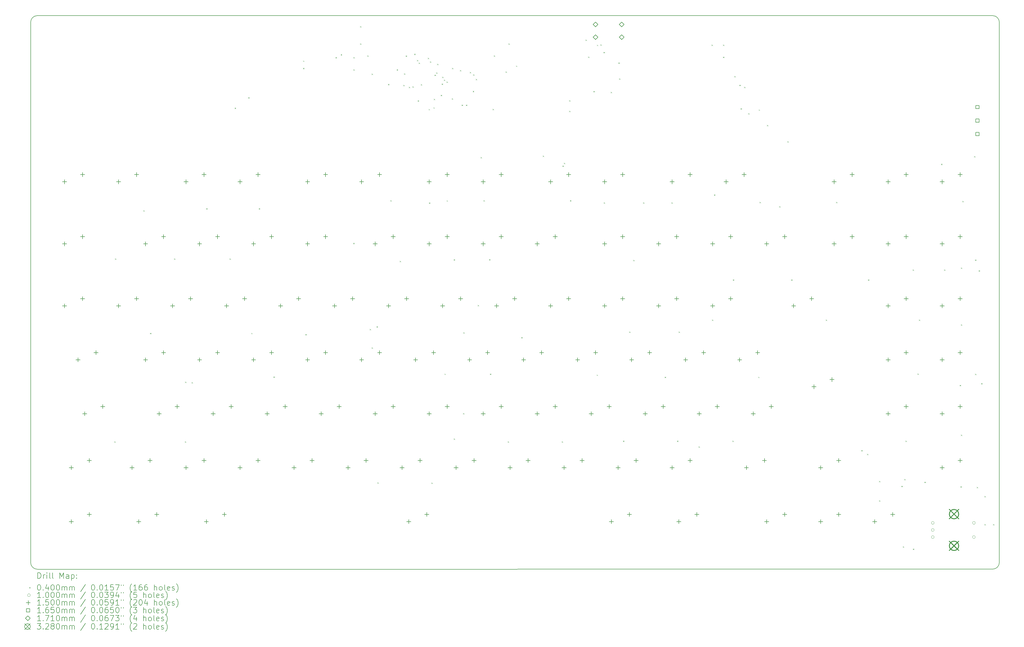
<source format=gbr>
%TF.GenerationSoftware,KiCad,Pcbnew,7.0.8*%
%TF.CreationDate,2024-02-16T20:16:14-06:00*%
%TF.ProjectId,VesselV3,56657373-656c-4563-932e-6b696361645f,3.0*%
%TF.SameCoordinates,Original*%
%TF.FileFunction,Drillmap*%
%TF.FilePolarity,Positive*%
%FSLAX45Y45*%
G04 Gerber Fmt 4.5, Leading zero omitted, Abs format (unit mm)*
G04 Created by KiCad (PCBNEW 7.0.8) date 2024-02-16 20:16:14*
%MOMM*%
%LPD*%
G01*
G04 APERTURE LIST*
%ADD10C,0.200000*%
%ADD11C,0.040000*%
%ADD12C,0.100000*%
%ADD13C,0.150000*%
%ADD14C,0.165000*%
%ADD15C,0.171000*%
%ADD16C,0.328000*%
G04 APERTURE END LIST*
D10*
X38338125Y-21869400D02*
X38338125Y-2832100D01*
X38011100Y-22145625D02*
X4406900Y-22148800D01*
X4406900Y-2593975D02*
G75*
G03*
X4168775Y-2832100I0J-238125D01*
G01*
X4168780Y-21910675D02*
G75*
G03*
X4406900Y-22148800I238120J-5D01*
G01*
X38338125Y-21907500D02*
X38338125Y-21869400D01*
X4168775Y-21831300D02*
X4168775Y-2832100D01*
X38100000Y-2593975D02*
X38049200Y-2593975D01*
X38100000Y-22145625D02*
G75*
G03*
X38338125Y-21907500I0J238125D01*
G01*
X38100000Y-22145625D02*
X38011100Y-22145625D01*
X38049200Y-2593975D02*
X4406900Y-2593975D01*
X38338125Y-2832100D02*
G75*
G03*
X38100000Y-2593975I-238125J0D01*
G01*
X4168775Y-21910675D02*
X4168775Y-21831300D01*
D11*
X7120090Y-17634370D02*
X7160090Y-17674370D01*
X7160090Y-17634370D02*
X7120090Y-17674370D01*
X7145290Y-11171960D02*
X7185290Y-11211960D01*
X7185290Y-11171960D02*
X7145290Y-11211960D01*
X8146100Y-9466900D02*
X8186100Y-9506900D01*
X8186100Y-9466900D02*
X8146100Y-9506900D01*
X8382120Y-13800790D02*
X8422120Y-13840790D01*
X8422120Y-13800790D02*
X8382120Y-13840790D01*
X9225260Y-11171960D02*
X9265260Y-11211960D01*
X9265260Y-11171960D02*
X9225260Y-11211960D01*
X9608040Y-17634370D02*
X9648040Y-17674370D01*
X9648040Y-17634370D02*
X9608040Y-17674370D01*
X9619300Y-15521820D02*
X9659300Y-15561820D01*
X9659300Y-15521820D02*
X9619300Y-15561820D01*
X9847900Y-15537500D02*
X9887900Y-15577500D01*
X9887900Y-15537500D02*
X9847900Y-15577500D01*
X10360540Y-9397350D02*
X10400540Y-9437350D01*
X10400540Y-9397350D02*
X10360540Y-9437350D01*
X11182660Y-11171960D02*
X11222660Y-11211960D01*
X11222660Y-11171960D02*
X11182660Y-11211960D01*
X11366820Y-5847400D02*
X11406820Y-5887400D01*
X11406820Y-5847400D02*
X11366820Y-5887400D01*
X11844340Y-5476560D02*
X11884340Y-5516560D01*
X11884340Y-5476560D02*
X11844340Y-5516560D01*
X11951110Y-13800790D02*
X11991110Y-13840790D01*
X11991110Y-13800790D02*
X11951110Y-13840790D01*
X12219200Y-9397510D02*
X12259200Y-9437510D01*
X12259200Y-9397510D02*
X12219200Y-9437510D01*
X12732900Y-15341500D02*
X12772900Y-15381500D01*
X12772900Y-15341500D02*
X12732900Y-15381500D01*
X13777900Y-4181500D02*
X13817900Y-4221500D01*
X13817900Y-4181500D02*
X13777900Y-4221500D01*
X13777900Y-4441500D02*
X13817900Y-4481500D01*
X13817900Y-4441500D02*
X13777900Y-4481500D01*
X13857430Y-13841500D02*
X13897430Y-13881500D01*
X13897430Y-13841500D02*
X13857430Y-13881500D01*
X14922820Y-4056700D02*
X14962820Y-4096700D01*
X14962820Y-4056700D02*
X14922820Y-4096700D01*
X15107900Y-3957600D02*
X15147900Y-3997600D01*
X15147900Y-3957600D02*
X15107900Y-3997600D01*
X15547660Y-10622600D02*
X15587660Y-10662600D01*
X15587660Y-10622600D02*
X15547660Y-10662600D01*
X15550200Y-4057550D02*
X15590200Y-4097550D01*
X15590200Y-4057550D02*
X15550200Y-4097550D01*
X15550200Y-4492500D02*
X15590200Y-4532500D01*
X15590200Y-4492500D02*
X15550200Y-4532500D01*
X15791500Y-2964500D02*
X15831500Y-3004500D01*
X15831500Y-2964500D02*
X15791500Y-3004500D01*
X15791500Y-3574100D02*
X15831500Y-3614100D01*
X15831500Y-3574100D02*
X15791500Y-3614100D01*
X16042900Y-4002500D02*
X16082900Y-4042500D01*
X16082900Y-4002500D02*
X16042900Y-4042500D01*
X16130870Y-13662240D02*
X16170870Y-13702240D01*
X16170870Y-13662240D02*
X16130870Y-13702240D01*
X16197900Y-4642880D02*
X16237900Y-4682880D01*
X16237900Y-4642880D02*
X16197900Y-4682880D01*
X16198150Y-14312510D02*
X16238150Y-14352510D01*
X16238150Y-14312510D02*
X16198150Y-14352510D01*
X16368910Y-13569180D02*
X16408910Y-13609180D01*
X16408910Y-13569180D02*
X16368910Y-13609180D01*
X16399010Y-19079850D02*
X16439010Y-19119850D01*
X16439010Y-19079850D02*
X16399010Y-19119850D01*
X16775900Y-5006500D02*
X16815900Y-5046500D01*
X16815900Y-5006500D02*
X16775900Y-5046500D01*
X16858300Y-9115250D02*
X16898300Y-9155250D01*
X16898300Y-9115250D02*
X16858300Y-9155250D01*
X17081900Y-4492500D02*
X17121900Y-4532500D01*
X17121900Y-4492500D02*
X17081900Y-4532500D01*
X17187900Y-11256500D02*
X17227900Y-11296500D01*
X17227900Y-11256500D02*
X17187900Y-11296500D01*
X17315630Y-5043990D02*
X17355630Y-5083990D01*
X17355630Y-5043990D02*
X17315630Y-5083990D01*
X17340900Y-4634650D02*
X17380900Y-4674650D01*
X17380900Y-4634650D02*
X17340900Y-4674650D01*
X17397900Y-4004500D02*
X17437900Y-4044500D01*
X17437900Y-4004500D02*
X17397900Y-4044500D01*
X17508600Y-5110800D02*
X17548600Y-5150800D01*
X17548600Y-5110800D02*
X17508600Y-5150800D01*
X17632900Y-5091500D02*
X17672900Y-5131500D01*
X17672900Y-5091500D02*
X17632900Y-5131500D01*
X17699040Y-3939860D02*
X17739040Y-3979860D01*
X17739040Y-3939860D02*
X17699040Y-3979860D01*
X17798100Y-4158300D02*
X17838100Y-4198300D01*
X17838100Y-4158300D02*
X17798100Y-4198300D01*
X17820960Y-5588320D02*
X17860960Y-5628320D01*
X17860960Y-5588320D02*
X17820960Y-5628320D01*
X17856147Y-4252653D02*
X17896147Y-4292653D01*
X17896147Y-4252653D02*
X17856147Y-4292653D01*
X17932900Y-5016310D02*
X17972900Y-5056310D01*
X17972900Y-5016310D02*
X17932900Y-5056310D01*
X18179100Y-4082100D02*
X18219100Y-4122100D01*
X18219100Y-4082100D02*
X18179100Y-4122100D01*
X18206530Y-5891500D02*
X18246530Y-5931500D01*
X18246530Y-5891500D02*
X18206530Y-5931500D01*
X18217900Y-9195420D02*
X18257900Y-9235420D01*
X18257900Y-9195420D02*
X18217900Y-9235420D01*
X18255300Y-4209100D02*
X18295300Y-4249100D01*
X18295300Y-4209100D02*
X18255300Y-4249100D01*
X18303710Y-19086240D02*
X18343710Y-19126240D01*
X18343710Y-19086240D02*
X18303710Y-19126240D01*
X18375710Y-5833930D02*
X18415710Y-5873930D01*
X18415710Y-5833930D02*
X18375710Y-5873930D01*
X18386270Y-5533040D02*
X18426270Y-5573040D01*
X18426270Y-5533040D02*
X18386270Y-5573040D01*
X18417060Y-4682490D02*
X18457060Y-4722490D01*
X18457060Y-4682490D02*
X18417060Y-4722490D01*
X18476770Y-4600490D02*
X18516770Y-4640490D01*
X18516770Y-4600490D02*
X18476770Y-4640490D01*
X18509300Y-4299324D02*
X18549300Y-4339324D01*
X18549300Y-4299324D02*
X18509300Y-4339324D01*
X18633353Y-5391953D02*
X18673353Y-5431953D01*
X18673353Y-5391953D02*
X18633353Y-5431953D01*
X18670990Y-4994980D02*
X18710990Y-5034980D01*
X18710990Y-4994980D02*
X18670990Y-5034980D01*
X18682900Y-4752440D02*
X18722900Y-4792440D01*
X18722900Y-4752440D02*
X18682900Y-4792440D01*
X18742700Y-4856470D02*
X18782700Y-4896470D01*
X18782700Y-4856470D02*
X18742700Y-4896470D01*
X18765240Y-15239610D02*
X18805240Y-15279610D01*
X18805240Y-15239610D02*
X18765240Y-15279610D01*
X18839490Y-4922070D02*
X18879490Y-4962070D01*
X18879490Y-4922070D02*
X18839490Y-4962070D01*
X18841380Y-9117160D02*
X18881380Y-9157160D01*
X18881380Y-9117160D02*
X18841380Y-9157160D01*
X19024777Y-5518360D02*
X19064777Y-5558360D01*
X19064777Y-5518360D02*
X19024777Y-5558360D01*
X19035080Y-4439330D02*
X19075080Y-4479330D01*
X19075080Y-4439330D02*
X19035080Y-4479330D01*
X19092900Y-17531590D02*
X19132900Y-17571590D01*
X19132900Y-17531590D02*
X19092900Y-17571590D01*
X19093500Y-11200900D02*
X19133500Y-11240900D01*
X19133500Y-11200900D02*
X19093500Y-11240900D01*
X19311940Y-4513900D02*
X19351940Y-4553900D01*
X19351940Y-4513900D02*
X19311940Y-4553900D01*
X19372900Y-5739350D02*
X19412900Y-5779350D01*
X19412900Y-5739350D02*
X19372900Y-5779350D01*
X19425140Y-16632870D02*
X19465140Y-16672870D01*
X19465140Y-16632870D02*
X19425140Y-16672870D01*
X19431700Y-13778060D02*
X19471700Y-13818060D01*
X19471700Y-13778060D02*
X19431700Y-13818060D01*
X19525300Y-5739350D02*
X19565300Y-5779350D01*
X19565300Y-5739350D02*
X19525300Y-5779350D01*
X19659193Y-4583207D02*
X19699193Y-4623207D01*
X19699193Y-4583207D02*
X19659193Y-4623207D01*
X19766042Y-5250500D02*
X19806042Y-5290500D01*
X19806042Y-5250500D02*
X19766042Y-5290500D01*
X19779300Y-4666300D02*
X19819300Y-4706300D01*
X19819300Y-4666300D02*
X19779300Y-4706300D01*
X19868200Y-4831400D02*
X19908200Y-4871400D01*
X19908200Y-4831400D02*
X19868200Y-4871400D01*
X19940400Y-12816500D02*
X19980400Y-12856500D01*
X19980400Y-12816500D02*
X19940400Y-12856500D01*
X20038680Y-7591500D02*
X20078680Y-7631500D01*
X20078680Y-7591500D02*
X20038680Y-7631500D01*
X20142900Y-9116500D02*
X20182900Y-9156500D01*
X20182900Y-9116500D02*
X20142900Y-9156500D01*
X20340990Y-11198480D02*
X20380990Y-11238480D01*
X20380990Y-11198480D02*
X20340990Y-11238480D01*
X20372850Y-15239610D02*
X20412850Y-15279610D01*
X20412850Y-15239610D02*
X20372850Y-15279610D01*
X20465100Y-5885500D02*
X20505100Y-5925500D01*
X20505100Y-5885500D02*
X20465100Y-5925500D01*
X20503200Y-3998280D02*
X20543200Y-4038280D01*
X20543200Y-3998280D02*
X20503200Y-4038280D01*
X20922300Y-4564700D02*
X20962300Y-4604700D01*
X20962300Y-4564700D02*
X20922300Y-4604700D01*
X20997900Y-17634370D02*
X21037900Y-17674370D01*
X21037900Y-17634370D02*
X20997900Y-17674370D01*
X21023900Y-3574100D02*
X21063900Y-3614100D01*
X21063900Y-3574100D02*
X21023900Y-3614100D01*
X21288060Y-4358960D02*
X21328060Y-4398960D01*
X21328060Y-4358960D02*
X21288060Y-4398960D01*
X21474532Y-13946131D02*
X21514532Y-13986131D01*
X21514532Y-13946131D02*
X21474532Y-13986131D01*
X22232900Y-7541500D02*
X22272900Y-7581500D01*
X22272900Y-7541500D02*
X22232900Y-7581500D01*
X22899060Y-17634370D02*
X22939060Y-17674370D01*
X22939060Y-17634370D02*
X22899060Y-17674370D01*
X22928900Y-7891500D02*
X22968900Y-7931500D01*
X22968900Y-7891500D02*
X22928900Y-7931500D01*
X22979700Y-7791205D02*
X23019700Y-7831205D01*
X23019700Y-7791205D02*
X22979700Y-7831205D01*
X23165457Y-5956060D02*
X23205457Y-5996060D01*
X23205457Y-5956060D02*
X23165457Y-5996060D01*
X23165900Y-5580500D02*
X23205900Y-5620500D01*
X23205900Y-5580500D02*
X23165900Y-5620500D01*
X23192900Y-9115250D02*
X23232900Y-9155250D01*
X23232900Y-9115250D02*
X23192900Y-9155250D01*
X23741700Y-3442020D02*
X23781700Y-3482020D01*
X23781700Y-3442020D02*
X23741700Y-3482020D01*
X23830600Y-4044000D02*
X23870600Y-4084000D01*
X23870600Y-4044000D02*
X23830600Y-4084000D01*
X24019300Y-5257500D02*
X24059300Y-5297500D01*
X24059300Y-5257500D02*
X24019300Y-5297500D01*
X24132900Y-15272610D02*
X24172900Y-15312610D01*
X24172900Y-15272610D02*
X24132900Y-15312610D01*
X24143020Y-3622360D02*
X24183020Y-3662360D01*
X24183020Y-3622360D02*
X24143020Y-3662360D01*
X24266059Y-3608342D02*
X24306059Y-3648342D01*
X24306059Y-3608342D02*
X24266059Y-3648342D01*
X24375400Y-3876500D02*
X24415400Y-3916500D01*
X24415400Y-3876500D02*
X24375400Y-3916500D01*
X24382900Y-9191500D02*
X24422900Y-9231500D01*
X24422900Y-9191500D02*
X24382900Y-9231500D01*
X24631900Y-5285500D02*
X24671900Y-5325500D01*
X24671900Y-5285500D02*
X24631900Y-5325500D01*
X24902480Y-4249740D02*
X24942480Y-4289740D01*
X24942480Y-4249740D02*
X24902480Y-4289740D01*
X24927880Y-4813620D02*
X24967880Y-4853620D01*
X24967880Y-4813620D02*
X24927880Y-4853620D01*
X25065400Y-17606500D02*
X25105400Y-17646500D01*
X25105400Y-17606500D02*
X25065400Y-17646500D01*
X25283440Y-13752130D02*
X25323440Y-13792130D01*
X25323440Y-13752130D02*
X25283440Y-13792130D01*
X25423970Y-11223390D02*
X25463970Y-11263390D01*
X25463970Y-11223390D02*
X25423970Y-11263390D01*
X25773700Y-9187500D02*
X25813700Y-9227500D01*
X25813700Y-9187500D02*
X25773700Y-9227500D01*
X26532900Y-15349650D02*
X26572900Y-15389650D01*
X26572900Y-15349650D02*
X26532900Y-15389650D01*
X26771920Y-9187500D02*
X26811920Y-9227500D01*
X26811920Y-9187500D02*
X26771920Y-9227500D01*
X26970150Y-17607690D02*
X27010150Y-17647690D01*
X27010150Y-17607690D02*
X26970150Y-17647690D01*
X27022530Y-13752130D02*
X27062530Y-13792130D01*
X27062530Y-13752130D02*
X27022530Y-13792130D01*
X27727900Y-17811500D02*
X27767900Y-17851500D01*
X27767900Y-17811500D02*
X27727900Y-17851500D01*
X28186700Y-3617280D02*
X28226700Y-3657280D01*
X28226700Y-3617280D02*
X28186700Y-3657280D01*
X28200600Y-13331250D02*
X28240600Y-13371250D01*
X28240600Y-13331250D02*
X28200600Y-13371250D01*
X28273060Y-8913180D02*
X28313060Y-8953180D01*
X28313060Y-8913180D02*
X28273060Y-8953180D01*
X28593100Y-3617280D02*
X28633100Y-3657280D01*
X28633100Y-3617280D02*
X28593100Y-3657280D01*
X28593100Y-4046540D02*
X28633100Y-4086540D01*
X28633100Y-4046540D02*
X28593100Y-4086540D01*
X28922900Y-17607690D02*
X28962900Y-17647690D01*
X28962900Y-17607690D02*
X28922900Y-17647690D01*
X28938260Y-11912840D02*
X28978260Y-11952840D01*
X28978260Y-11912840D02*
X28938260Y-11952840D01*
X28989805Y-4728665D02*
X29029805Y-4768665D01*
X29029805Y-4728665D02*
X28989805Y-4768665D01*
X29166706Y-5036362D02*
X29206706Y-5076362D01*
X29206706Y-5036362D02*
X29166706Y-5076362D01*
X29208600Y-5866900D02*
X29248600Y-5906900D01*
X29248600Y-5866900D02*
X29208600Y-5906900D01*
X29335092Y-5111771D02*
X29375092Y-5151771D01*
X29375092Y-5111771D02*
X29335092Y-5151771D01*
X29482100Y-6037900D02*
X29522100Y-6077900D01*
X29522100Y-6037900D02*
X29482100Y-6077900D01*
X29832900Y-15349650D02*
X29872900Y-15389650D01*
X29872900Y-15349650D02*
X29832900Y-15389650D01*
X29847860Y-5908360D02*
X29887860Y-5948360D01*
X29887860Y-5908360D02*
X29847860Y-5948360D01*
X29877900Y-9173500D02*
X29917900Y-9213500D01*
X29917900Y-9173500D02*
X29877900Y-9213500D01*
X30142500Y-6457000D02*
X30182500Y-6497000D01*
X30182500Y-6457000D02*
X30142500Y-6497000D01*
X30573170Y-9326040D02*
X30613170Y-9366040D01*
X30613170Y-9326040D02*
X30573170Y-9366040D01*
X30858780Y-7031040D02*
X30898780Y-7071040D01*
X30898780Y-7031040D02*
X30858780Y-7071040D01*
X30996720Y-11912840D02*
X31036720Y-11952840D01*
X31036720Y-11912840D02*
X30996720Y-11952840D01*
X32212750Y-13331000D02*
X32252750Y-13371000D01*
X32252750Y-13331000D02*
X32212750Y-13371000D01*
X32581228Y-9171828D02*
X32621228Y-9211828D01*
X32621228Y-9171828D02*
X32581228Y-9211828D01*
X33465400Y-17940950D02*
X33505400Y-17980950D01*
X33505400Y-17940950D02*
X33465400Y-17980950D01*
X33670400Y-18073250D02*
X33710400Y-18113250D01*
X33710400Y-18073250D02*
X33670400Y-18113250D01*
X33702900Y-11911500D02*
X33742900Y-11951500D01*
X33742900Y-11911500D02*
X33702900Y-11951500D01*
X34092200Y-19030000D02*
X34132200Y-19070000D01*
X34132200Y-19030000D02*
X34092200Y-19070000D01*
X34092200Y-19715800D02*
X34132200Y-19755800D01*
X34132200Y-19715800D02*
X34092200Y-19755800D01*
X34883300Y-19201200D02*
X34923300Y-19241200D01*
X34923300Y-19201200D02*
X34883300Y-19241200D01*
X34932900Y-21341500D02*
X34972900Y-21381500D01*
X34972900Y-21341500D02*
X34932900Y-21381500D01*
X34982900Y-18962709D02*
X35022900Y-19002709D01*
X35022900Y-18962709D02*
X34982900Y-19002709D01*
X35026450Y-17607690D02*
X35066450Y-17647690D01*
X35066450Y-17607690D02*
X35026450Y-17647690D01*
X35281970Y-11558910D02*
X35321970Y-11598910D01*
X35321970Y-11558910D02*
X35281970Y-11598910D01*
X35291220Y-21419880D02*
X35331220Y-21459880D01*
X35331220Y-21419880D02*
X35291220Y-21459880D01*
X35450260Y-15237460D02*
X35490260Y-15277460D01*
X35490260Y-15237460D02*
X35450260Y-15277460D01*
X35499180Y-13331280D02*
X35539180Y-13371280D01*
X35539180Y-13331280D02*
X35499180Y-13371280D01*
X35697080Y-19058180D02*
X35737080Y-19098180D01*
X35737080Y-19058180D02*
X35697080Y-19098180D01*
X36282620Y-7827320D02*
X36322620Y-7867320D01*
X36322620Y-7827320D02*
X36282620Y-7867320D01*
X36390850Y-11558910D02*
X36430850Y-11598910D01*
X36430850Y-11558910D02*
X36390850Y-11598910D01*
X36937900Y-15636500D02*
X36977900Y-15676500D01*
X36977900Y-15636500D02*
X36937900Y-15676500D01*
X36965810Y-19219430D02*
X37005810Y-19259430D01*
X37005810Y-19219430D02*
X36965810Y-19259430D01*
X36982900Y-11491500D02*
X37022900Y-11531500D01*
X37022900Y-11491500D02*
X36982900Y-11531500D01*
X36982900Y-13501550D02*
X37022900Y-13541550D01*
X37022900Y-13501550D02*
X36982900Y-13541550D01*
X36982900Y-17391500D02*
X37022900Y-17431500D01*
X37022900Y-17391500D02*
X36982900Y-17431500D01*
X37034595Y-9141500D02*
X37074595Y-9181500D01*
X37074595Y-9141500D02*
X37034595Y-9181500D01*
X37445020Y-7554210D02*
X37485020Y-7594210D01*
X37485020Y-7554210D02*
X37445020Y-7594210D01*
X37482390Y-11210580D02*
X37522390Y-11250580D01*
X37522390Y-11210580D02*
X37482390Y-11250580D01*
X37482900Y-15241500D02*
X37522900Y-15281500D01*
X37522900Y-15241500D02*
X37482900Y-15281500D01*
X37542650Y-19241500D02*
X37582650Y-19281500D01*
X37582650Y-19241500D02*
X37542650Y-19281500D01*
X37611560Y-11591500D02*
X37651560Y-11631500D01*
X37651560Y-11591500D02*
X37611560Y-11631500D01*
X37697340Y-15575600D02*
X37737340Y-15615600D01*
X37737340Y-15575600D02*
X37697340Y-15615600D01*
X37813300Y-19561500D02*
X37853300Y-19601500D01*
X37853300Y-19561500D02*
X37813300Y-19601500D01*
X37813346Y-20554000D02*
X37853346Y-20594000D01*
X37853346Y-20554000D02*
X37813346Y-20594000D01*
X38118100Y-20554000D02*
X38158100Y-20594000D01*
X38158100Y-20554000D02*
X38118100Y-20594000D01*
D12*
X36039600Y-20511500D02*
G75*
G03*
X36039600Y-20511500I-50000J0D01*
G01*
X36039600Y-20761500D02*
G75*
G03*
X36039600Y-20761500I-50000J0D01*
G01*
X36039600Y-21011500D02*
G75*
G03*
X36039600Y-21011500I-50000J0D01*
G01*
X37489600Y-20511500D02*
G75*
G03*
X37489600Y-20511500I-50000J0D01*
G01*
X37489600Y-21011500D02*
G75*
G03*
X37489600Y-21011500I-50000J0D01*
G01*
D13*
X5365750Y-8386370D02*
X5365750Y-8536370D01*
X5290750Y-8461370D02*
X5440750Y-8461370D01*
X5365750Y-10577120D02*
X5365750Y-10727120D01*
X5290750Y-10652120D02*
X5440750Y-10652120D01*
X5365750Y-12767870D02*
X5365750Y-12917870D01*
X5290750Y-12842870D02*
X5440750Y-12842870D01*
X5603880Y-18482870D02*
X5603880Y-18632870D01*
X5528880Y-18557870D02*
X5678880Y-18557870D01*
X5603880Y-20387870D02*
X5603880Y-20537870D01*
X5528880Y-20462870D02*
X5678880Y-20462870D01*
X5842000Y-14672870D02*
X5842000Y-14822870D01*
X5767000Y-14747870D02*
X5917000Y-14747870D01*
X6000750Y-8132370D02*
X6000750Y-8282370D01*
X5925750Y-8207370D02*
X6075750Y-8207370D01*
X6000750Y-10323120D02*
X6000750Y-10473120D01*
X5925750Y-10398120D02*
X6075750Y-10398120D01*
X6000750Y-12513870D02*
X6000750Y-12663870D01*
X5925750Y-12588870D02*
X6075750Y-12588870D01*
X6080130Y-16577870D02*
X6080130Y-16727870D01*
X6005130Y-16652870D02*
X6155130Y-16652870D01*
X6238880Y-18228870D02*
X6238880Y-18378870D01*
X6163880Y-18303870D02*
X6313880Y-18303870D01*
X6238880Y-20133870D02*
X6238880Y-20283870D01*
X6163880Y-20208870D02*
X6313880Y-20208870D01*
X6477000Y-14418870D02*
X6477000Y-14568870D01*
X6402000Y-14493870D02*
X6552000Y-14493870D01*
X6715130Y-16323870D02*
X6715130Y-16473870D01*
X6640130Y-16398870D02*
X6790130Y-16398870D01*
X7270750Y-8386370D02*
X7270750Y-8536370D01*
X7195750Y-8461370D02*
X7345750Y-8461370D01*
X7270750Y-12767870D02*
X7270750Y-12917870D01*
X7195750Y-12842870D02*
X7345750Y-12842870D01*
X7747000Y-18482870D02*
X7747000Y-18632870D01*
X7672000Y-18557870D02*
X7822000Y-18557870D01*
X7905750Y-8132370D02*
X7905750Y-8282370D01*
X7830750Y-8207370D02*
X7980750Y-8207370D01*
X7905750Y-12513870D02*
X7905750Y-12663870D01*
X7830750Y-12588870D02*
X7980750Y-12588870D01*
X7985130Y-20387870D02*
X7985130Y-20537870D01*
X7910130Y-20462870D02*
X8060130Y-20462870D01*
X8223250Y-10577120D02*
X8223250Y-10727120D01*
X8148250Y-10652120D02*
X8298250Y-10652120D01*
X8223250Y-14672870D02*
X8223250Y-14822870D01*
X8148250Y-14747870D02*
X8298250Y-14747870D01*
X8382000Y-18228870D02*
X8382000Y-18378870D01*
X8307000Y-18303870D02*
X8457000Y-18303870D01*
X8620130Y-20133870D02*
X8620130Y-20283870D01*
X8545130Y-20208870D02*
X8695130Y-20208870D01*
X8699500Y-16577870D02*
X8699500Y-16727870D01*
X8624500Y-16652870D02*
X8774500Y-16652870D01*
X8858250Y-10323120D02*
X8858250Y-10473120D01*
X8783250Y-10398120D02*
X8933250Y-10398120D01*
X8858250Y-14418870D02*
X8858250Y-14568870D01*
X8783250Y-14493870D02*
X8933250Y-14493870D01*
X9175750Y-12767870D02*
X9175750Y-12917870D01*
X9100750Y-12842870D02*
X9250750Y-12842870D01*
X9334500Y-16323870D02*
X9334500Y-16473870D01*
X9259500Y-16398870D02*
X9409500Y-16398870D01*
X9652000Y-8386370D02*
X9652000Y-8536370D01*
X9577000Y-8461370D02*
X9727000Y-8461370D01*
X9652000Y-18482870D02*
X9652000Y-18632870D01*
X9577000Y-18557870D02*
X9727000Y-18557870D01*
X9810750Y-12513870D02*
X9810750Y-12663870D01*
X9735750Y-12588870D02*
X9885750Y-12588870D01*
X10128250Y-10577120D02*
X10128250Y-10727120D01*
X10053250Y-10652120D02*
X10203250Y-10652120D01*
X10128250Y-14672870D02*
X10128250Y-14822870D01*
X10053250Y-14747870D02*
X10203250Y-14747870D01*
X10287000Y-8132370D02*
X10287000Y-8282370D01*
X10212000Y-8207370D02*
X10362000Y-8207370D01*
X10287000Y-18228870D02*
X10287000Y-18378870D01*
X10212000Y-18303870D02*
X10362000Y-18303870D01*
X10366380Y-20387870D02*
X10366380Y-20537870D01*
X10291380Y-20462870D02*
X10441380Y-20462870D01*
X10604500Y-16577870D02*
X10604500Y-16727870D01*
X10529500Y-16652870D02*
X10679500Y-16652870D01*
X10763250Y-10323120D02*
X10763250Y-10473120D01*
X10688250Y-10398120D02*
X10838250Y-10398120D01*
X10763250Y-14418870D02*
X10763250Y-14568870D01*
X10688250Y-14493870D02*
X10838250Y-14493870D01*
X11001380Y-20133870D02*
X11001380Y-20283870D01*
X10926380Y-20208870D02*
X11076380Y-20208870D01*
X11080750Y-12767870D02*
X11080750Y-12917870D01*
X11005750Y-12842870D02*
X11155750Y-12842870D01*
X11239500Y-16323870D02*
X11239500Y-16473870D01*
X11164500Y-16398870D02*
X11314500Y-16398870D01*
X11557000Y-8386370D02*
X11557000Y-8536370D01*
X11482000Y-8461370D02*
X11632000Y-8461370D01*
X11557000Y-18482870D02*
X11557000Y-18632870D01*
X11482000Y-18557870D02*
X11632000Y-18557870D01*
X11715750Y-12513870D02*
X11715750Y-12663870D01*
X11640750Y-12588870D02*
X11790750Y-12588870D01*
X12033250Y-10577120D02*
X12033250Y-10727120D01*
X11958250Y-10652120D02*
X12108250Y-10652120D01*
X12033250Y-14672870D02*
X12033250Y-14822870D01*
X11958250Y-14747870D02*
X12108250Y-14747870D01*
X12192000Y-8132370D02*
X12192000Y-8282370D01*
X12117000Y-8207370D02*
X12267000Y-8207370D01*
X12192000Y-18228870D02*
X12192000Y-18378870D01*
X12117000Y-18303870D02*
X12267000Y-18303870D01*
X12509500Y-16577870D02*
X12509500Y-16727870D01*
X12434500Y-16652870D02*
X12584500Y-16652870D01*
X12668250Y-10323120D02*
X12668250Y-10473120D01*
X12593250Y-10398120D02*
X12743250Y-10398120D01*
X12668250Y-14418870D02*
X12668250Y-14568870D01*
X12593250Y-14493870D02*
X12743250Y-14493870D01*
X12985750Y-12767870D02*
X12985750Y-12917870D01*
X12910750Y-12842870D02*
X13060750Y-12842870D01*
X13144500Y-16323870D02*
X13144500Y-16473870D01*
X13069500Y-16398870D02*
X13219500Y-16398870D01*
X13462000Y-18482870D02*
X13462000Y-18632870D01*
X13387000Y-18557870D02*
X13537000Y-18557870D01*
X13620750Y-12513870D02*
X13620750Y-12663870D01*
X13545750Y-12588870D02*
X13695750Y-12588870D01*
X13938250Y-8386370D02*
X13938250Y-8536370D01*
X13863250Y-8461370D02*
X14013250Y-8461370D01*
X13938250Y-10577120D02*
X13938250Y-10727120D01*
X13863250Y-10652120D02*
X14013250Y-10652120D01*
X13938250Y-14672870D02*
X13938250Y-14822870D01*
X13863250Y-14747870D02*
X14013250Y-14747870D01*
X14097000Y-18228870D02*
X14097000Y-18378870D01*
X14022000Y-18303870D02*
X14172000Y-18303870D01*
X14414500Y-16577870D02*
X14414500Y-16727870D01*
X14339500Y-16652870D02*
X14489500Y-16652870D01*
X14573250Y-8132370D02*
X14573250Y-8282370D01*
X14498250Y-8207370D02*
X14648250Y-8207370D01*
X14573250Y-10323120D02*
X14573250Y-10473120D01*
X14498250Y-10398120D02*
X14648250Y-10398120D01*
X14573250Y-14418870D02*
X14573250Y-14568870D01*
X14498250Y-14493870D02*
X14648250Y-14493870D01*
X14890750Y-12767870D02*
X14890750Y-12917870D01*
X14815750Y-12842870D02*
X14965750Y-12842870D01*
X15049500Y-16323870D02*
X15049500Y-16473870D01*
X14974500Y-16398870D02*
X15124500Y-16398870D01*
X15367000Y-18482870D02*
X15367000Y-18632870D01*
X15292000Y-18557870D02*
X15442000Y-18557870D01*
X15525750Y-12513870D02*
X15525750Y-12663870D01*
X15450750Y-12588870D02*
X15600750Y-12588870D01*
X15843250Y-8386370D02*
X15843250Y-8536370D01*
X15768250Y-8461370D02*
X15918250Y-8461370D01*
X15843250Y-14672870D02*
X15843250Y-14822870D01*
X15768250Y-14747870D02*
X15918250Y-14747870D01*
X16002000Y-18228870D02*
X16002000Y-18378870D01*
X15927000Y-18303870D02*
X16077000Y-18303870D01*
X16319500Y-10577120D02*
X16319500Y-10727120D01*
X16244500Y-10652120D02*
X16394500Y-10652120D01*
X16319500Y-16577870D02*
X16319500Y-16727870D01*
X16244500Y-16652870D02*
X16394500Y-16652870D01*
X16478250Y-8132370D02*
X16478250Y-8282370D01*
X16403250Y-8207370D02*
X16553250Y-8207370D01*
X16478250Y-14418870D02*
X16478250Y-14568870D01*
X16403250Y-14493870D02*
X16553250Y-14493870D01*
X16795750Y-12767870D02*
X16795750Y-12917870D01*
X16720750Y-12842870D02*
X16870750Y-12842870D01*
X16954500Y-10323120D02*
X16954500Y-10473120D01*
X16879500Y-10398120D02*
X17029500Y-10398120D01*
X16954500Y-16323870D02*
X16954500Y-16473870D01*
X16879500Y-16398870D02*
X17029500Y-16398870D01*
X17272000Y-18482870D02*
X17272000Y-18632870D01*
X17197000Y-18557870D02*
X17347000Y-18557870D01*
X17430750Y-12513870D02*
X17430750Y-12663870D01*
X17355750Y-12588870D02*
X17505750Y-12588870D01*
X17510130Y-20387870D02*
X17510130Y-20537870D01*
X17435130Y-20462870D02*
X17585130Y-20462870D01*
X17748250Y-14672870D02*
X17748250Y-14822870D01*
X17673250Y-14747870D02*
X17823250Y-14747870D01*
X17907000Y-18228870D02*
X17907000Y-18378870D01*
X17832000Y-18303870D02*
X17982000Y-18303870D01*
X18145130Y-20133870D02*
X18145130Y-20283870D01*
X18070130Y-20208870D02*
X18220130Y-20208870D01*
X18224500Y-8386370D02*
X18224500Y-8536370D01*
X18149500Y-8461370D02*
X18299500Y-8461370D01*
X18224500Y-10577120D02*
X18224500Y-10727120D01*
X18149500Y-10652120D02*
X18299500Y-10652120D01*
X18224500Y-16577870D02*
X18224500Y-16727870D01*
X18149500Y-16652870D02*
X18299500Y-16652870D01*
X18383250Y-14418870D02*
X18383250Y-14568870D01*
X18308250Y-14493870D02*
X18458250Y-14493870D01*
X18700750Y-12767870D02*
X18700750Y-12917870D01*
X18625750Y-12842870D02*
X18775750Y-12842870D01*
X18859500Y-8132370D02*
X18859500Y-8282370D01*
X18784500Y-8207370D02*
X18934500Y-8207370D01*
X18859500Y-10323120D02*
X18859500Y-10473120D01*
X18784500Y-10398120D02*
X18934500Y-10398120D01*
X18859500Y-16323870D02*
X18859500Y-16473870D01*
X18784500Y-16398870D02*
X18934500Y-16398870D01*
X19177000Y-18482870D02*
X19177000Y-18632870D01*
X19102000Y-18557870D02*
X19252000Y-18557870D01*
X19335750Y-12513870D02*
X19335750Y-12663870D01*
X19260750Y-12588870D02*
X19410750Y-12588870D01*
X19653250Y-14672870D02*
X19653250Y-14822870D01*
X19578250Y-14747870D02*
X19728250Y-14747870D01*
X19812000Y-18228870D02*
X19812000Y-18378870D01*
X19737000Y-18303870D02*
X19887000Y-18303870D01*
X20129500Y-8386370D02*
X20129500Y-8536370D01*
X20054500Y-8461370D02*
X20204500Y-8461370D01*
X20129500Y-10577120D02*
X20129500Y-10727120D01*
X20054500Y-10652120D02*
X20204500Y-10652120D01*
X20129500Y-16577870D02*
X20129500Y-16727870D01*
X20054500Y-16652870D02*
X20204500Y-16652870D01*
X20288250Y-14418870D02*
X20288250Y-14568870D01*
X20213250Y-14493870D02*
X20363250Y-14493870D01*
X20605750Y-12767870D02*
X20605750Y-12917870D01*
X20530750Y-12842870D02*
X20680750Y-12842870D01*
X20764500Y-8132370D02*
X20764500Y-8282370D01*
X20689500Y-8207370D02*
X20839500Y-8207370D01*
X20764500Y-10323120D02*
X20764500Y-10473120D01*
X20689500Y-10398120D02*
X20839500Y-10398120D01*
X20764500Y-16323870D02*
X20764500Y-16473870D01*
X20689500Y-16398870D02*
X20839500Y-16398870D01*
X21082000Y-18482870D02*
X21082000Y-18632870D01*
X21007000Y-18557870D02*
X21157000Y-18557870D01*
X21240750Y-12513870D02*
X21240750Y-12663870D01*
X21165750Y-12588870D02*
X21315750Y-12588870D01*
X21558250Y-14672870D02*
X21558250Y-14822870D01*
X21483250Y-14747870D02*
X21633250Y-14747870D01*
X21717000Y-18228870D02*
X21717000Y-18378870D01*
X21642000Y-18303870D02*
X21792000Y-18303870D01*
X22034500Y-10577120D02*
X22034500Y-10727120D01*
X21959500Y-10652120D02*
X22109500Y-10652120D01*
X22034500Y-16577870D02*
X22034500Y-16727870D01*
X21959500Y-16652870D02*
X22109500Y-16652870D01*
X22193250Y-14418870D02*
X22193250Y-14568870D01*
X22118250Y-14493870D02*
X22268250Y-14493870D01*
X22510750Y-8386370D02*
X22510750Y-8536370D01*
X22435750Y-8461370D02*
X22585750Y-8461370D01*
X22510750Y-12767870D02*
X22510750Y-12917870D01*
X22435750Y-12842870D02*
X22585750Y-12842870D01*
X22669500Y-10323120D02*
X22669500Y-10473120D01*
X22594500Y-10398120D02*
X22744500Y-10398120D01*
X22669500Y-16323870D02*
X22669500Y-16473870D01*
X22594500Y-16398870D02*
X22744500Y-16398870D01*
X22987000Y-18482870D02*
X22987000Y-18632870D01*
X22912000Y-18557870D02*
X23062000Y-18557870D01*
X23145750Y-8132370D02*
X23145750Y-8282370D01*
X23070750Y-8207370D02*
X23220750Y-8207370D01*
X23145750Y-12513870D02*
X23145750Y-12663870D01*
X23070750Y-12588870D02*
X23220750Y-12588870D01*
X23463250Y-14672870D02*
X23463250Y-14822870D01*
X23388250Y-14747870D02*
X23538250Y-14747870D01*
X23622000Y-18228870D02*
X23622000Y-18378870D01*
X23547000Y-18303870D02*
X23697000Y-18303870D01*
X23939500Y-16577870D02*
X23939500Y-16727870D01*
X23864500Y-16652870D02*
X24014500Y-16652870D01*
X24098250Y-14418870D02*
X24098250Y-14568870D01*
X24023250Y-14493870D02*
X24173250Y-14493870D01*
X24415750Y-8386370D02*
X24415750Y-8536370D01*
X24340750Y-8461370D02*
X24490750Y-8461370D01*
X24415750Y-10577120D02*
X24415750Y-10727120D01*
X24340750Y-10652120D02*
X24490750Y-10652120D01*
X24415750Y-12767870D02*
X24415750Y-12917870D01*
X24340750Y-12842870D02*
X24490750Y-12842870D01*
X24574500Y-16323870D02*
X24574500Y-16473870D01*
X24499500Y-16398870D02*
X24649500Y-16398870D01*
X24653880Y-20387870D02*
X24653880Y-20537870D01*
X24578880Y-20462870D02*
X24728880Y-20462870D01*
X24892000Y-18482870D02*
X24892000Y-18632870D01*
X24817000Y-18557870D02*
X24967000Y-18557870D01*
X25050750Y-8132370D02*
X25050750Y-8282370D01*
X24975750Y-8207370D02*
X25125750Y-8207370D01*
X25050750Y-10323120D02*
X25050750Y-10473120D01*
X24975750Y-10398120D02*
X25125750Y-10398120D01*
X25050750Y-12513870D02*
X25050750Y-12663870D01*
X24975750Y-12588870D02*
X25125750Y-12588870D01*
X25288880Y-20133870D02*
X25288880Y-20283870D01*
X25213880Y-20208870D02*
X25363880Y-20208870D01*
X25368250Y-14672870D02*
X25368250Y-14822870D01*
X25293250Y-14747870D02*
X25443250Y-14747870D01*
X25527000Y-18228870D02*
X25527000Y-18378870D01*
X25452000Y-18303870D02*
X25602000Y-18303870D01*
X25844500Y-16577870D02*
X25844500Y-16727870D01*
X25769500Y-16652870D02*
X25919500Y-16652870D01*
X26003250Y-14418870D02*
X26003250Y-14568870D01*
X25928250Y-14493870D02*
X26078250Y-14493870D01*
X26320750Y-10577120D02*
X26320750Y-10727120D01*
X26245750Y-10652120D02*
X26395750Y-10652120D01*
X26320750Y-12767870D02*
X26320750Y-12917870D01*
X26245750Y-12842870D02*
X26395750Y-12842870D01*
X26479500Y-16323870D02*
X26479500Y-16473870D01*
X26404500Y-16398870D02*
X26554500Y-16398870D01*
X26797000Y-8386370D02*
X26797000Y-8536370D01*
X26722000Y-8461370D02*
X26872000Y-8461370D01*
X26797000Y-18482870D02*
X26797000Y-18632870D01*
X26722000Y-18557870D02*
X26872000Y-18557870D01*
X26955750Y-10323120D02*
X26955750Y-10473120D01*
X26880750Y-10398120D02*
X27030750Y-10398120D01*
X26955750Y-12513870D02*
X26955750Y-12663870D01*
X26880750Y-12588870D02*
X27030750Y-12588870D01*
X27035130Y-20387870D02*
X27035130Y-20537870D01*
X26960130Y-20462870D02*
X27110130Y-20462870D01*
X27273250Y-14672870D02*
X27273250Y-14822870D01*
X27198250Y-14747870D02*
X27348250Y-14747870D01*
X27432000Y-8132370D02*
X27432000Y-8282370D01*
X27357000Y-8207370D02*
X27507000Y-8207370D01*
X27432000Y-18228870D02*
X27432000Y-18378870D01*
X27357000Y-18303870D02*
X27507000Y-18303870D01*
X27670130Y-20133870D02*
X27670130Y-20283870D01*
X27595130Y-20208870D02*
X27745130Y-20208870D01*
X27749500Y-16577870D02*
X27749500Y-16727870D01*
X27674500Y-16652870D02*
X27824500Y-16652870D01*
X27908250Y-14418870D02*
X27908250Y-14568870D01*
X27833250Y-14493870D02*
X27983250Y-14493870D01*
X28225750Y-10577120D02*
X28225750Y-10727120D01*
X28150750Y-10652120D02*
X28300750Y-10652120D01*
X28225750Y-12767870D02*
X28225750Y-12917870D01*
X28150750Y-12842870D02*
X28300750Y-12842870D01*
X28384500Y-16323870D02*
X28384500Y-16473870D01*
X28309500Y-16398870D02*
X28459500Y-16398870D01*
X28702000Y-8386370D02*
X28702000Y-8536370D01*
X28627000Y-8461370D02*
X28777000Y-8461370D01*
X28860750Y-10323120D02*
X28860750Y-10473120D01*
X28785750Y-10398120D02*
X28935750Y-10398120D01*
X28860750Y-12513870D02*
X28860750Y-12663870D01*
X28785750Y-12588870D02*
X28935750Y-12588870D01*
X29178250Y-14672870D02*
X29178250Y-14822870D01*
X29103250Y-14747870D02*
X29253250Y-14747870D01*
X29337000Y-8132370D02*
X29337000Y-8282370D01*
X29262000Y-8207370D02*
X29412000Y-8207370D01*
X29416380Y-18482870D02*
X29416380Y-18632870D01*
X29341380Y-18557870D02*
X29491380Y-18557870D01*
X29654500Y-16577870D02*
X29654500Y-16727870D01*
X29579500Y-16652870D02*
X29729500Y-16652870D01*
X29813250Y-14418870D02*
X29813250Y-14568870D01*
X29738250Y-14493870D02*
X29888250Y-14493870D01*
X30051380Y-18228870D02*
X30051380Y-18378870D01*
X29976380Y-18303870D02*
X30126380Y-18303870D01*
X30130750Y-10577120D02*
X30130750Y-10727120D01*
X30055750Y-10652120D02*
X30205750Y-10652120D01*
X30130750Y-20387870D02*
X30130750Y-20537870D01*
X30055750Y-20462870D02*
X30205750Y-20462870D01*
X30289500Y-16323870D02*
X30289500Y-16473870D01*
X30214500Y-16398870D02*
X30364500Y-16398870D01*
X30765750Y-10323120D02*
X30765750Y-10473120D01*
X30690750Y-10398120D02*
X30840750Y-10398120D01*
X30765750Y-20133870D02*
X30765750Y-20283870D01*
X30690750Y-20208870D02*
X30840750Y-20208870D01*
X31083250Y-12767870D02*
X31083250Y-12917870D01*
X31008250Y-12842870D02*
X31158250Y-12842870D01*
X31718250Y-12513870D02*
X31718250Y-12663870D01*
X31643250Y-12588870D02*
X31793250Y-12588870D01*
X31797630Y-15625370D02*
X31797630Y-15775370D01*
X31722630Y-15700370D02*
X31872630Y-15700370D01*
X32035750Y-18482870D02*
X32035750Y-18632870D01*
X31960750Y-18557870D02*
X32110750Y-18557870D01*
X32035750Y-20387870D02*
X32035750Y-20537870D01*
X31960750Y-20462870D02*
X32110750Y-20462870D01*
X32432630Y-15371370D02*
X32432630Y-15521370D01*
X32357630Y-15446370D02*
X32507630Y-15446370D01*
X32512000Y-8386370D02*
X32512000Y-8536370D01*
X32437000Y-8461370D02*
X32587000Y-8461370D01*
X32512000Y-10577120D02*
X32512000Y-10727120D01*
X32437000Y-10652120D02*
X32587000Y-10652120D01*
X32670750Y-18228870D02*
X32670750Y-18378870D01*
X32595750Y-18303870D02*
X32745750Y-18303870D01*
X32670750Y-20133870D02*
X32670750Y-20283870D01*
X32595750Y-20208870D02*
X32745750Y-20208870D01*
X33147000Y-8132370D02*
X33147000Y-8282370D01*
X33072000Y-8207370D02*
X33222000Y-8207370D01*
X33147000Y-10323120D02*
X33147000Y-10473120D01*
X33072000Y-10398120D02*
X33222000Y-10398120D01*
X33940750Y-20387870D02*
X33940750Y-20537870D01*
X33865750Y-20462870D02*
X34015750Y-20462870D01*
X34417000Y-8386370D02*
X34417000Y-8536370D01*
X34342000Y-8461370D02*
X34492000Y-8461370D01*
X34417000Y-10577120D02*
X34417000Y-10727120D01*
X34342000Y-10652120D02*
X34492000Y-10652120D01*
X34417000Y-12767870D02*
X34417000Y-12917870D01*
X34342000Y-12842870D02*
X34492000Y-12842870D01*
X34417000Y-14672870D02*
X34417000Y-14822870D01*
X34342000Y-14747870D02*
X34492000Y-14747870D01*
X34417000Y-16577870D02*
X34417000Y-16727870D01*
X34342000Y-16652870D02*
X34492000Y-16652870D01*
X34575750Y-20133870D02*
X34575750Y-20283870D01*
X34500750Y-20208870D02*
X34650750Y-20208870D01*
X35052000Y-8132370D02*
X35052000Y-8282370D01*
X34977000Y-8207370D02*
X35127000Y-8207370D01*
X35052000Y-10323120D02*
X35052000Y-10473120D01*
X34977000Y-10398120D02*
X35127000Y-10398120D01*
X35052000Y-12513870D02*
X35052000Y-12663870D01*
X34977000Y-12588870D02*
X35127000Y-12588870D01*
X35052000Y-14418870D02*
X35052000Y-14568870D01*
X34977000Y-14493870D02*
X35127000Y-14493870D01*
X35052000Y-16323870D02*
X35052000Y-16473870D01*
X34977000Y-16398870D02*
X35127000Y-16398870D01*
X36322000Y-8386370D02*
X36322000Y-8536370D01*
X36247000Y-8461370D02*
X36397000Y-8461370D01*
X36322000Y-10577120D02*
X36322000Y-10727120D01*
X36247000Y-10652120D02*
X36397000Y-10652120D01*
X36322000Y-12767870D02*
X36322000Y-12917870D01*
X36247000Y-12842870D02*
X36397000Y-12842870D01*
X36322000Y-14672870D02*
X36322000Y-14822870D01*
X36247000Y-14747870D02*
X36397000Y-14747870D01*
X36322000Y-16577870D02*
X36322000Y-16727870D01*
X36247000Y-16652870D02*
X36397000Y-16652870D01*
X36322000Y-18482870D02*
X36322000Y-18632870D01*
X36247000Y-18557870D02*
X36397000Y-18557870D01*
X36957000Y-8132370D02*
X36957000Y-8282370D01*
X36882000Y-8207370D02*
X37032000Y-8207370D01*
X36957000Y-10323120D02*
X36957000Y-10473120D01*
X36882000Y-10398120D02*
X37032000Y-10398120D01*
X36957000Y-12513870D02*
X36957000Y-12663870D01*
X36882000Y-12588870D02*
X37032000Y-12588870D01*
X36957000Y-14418870D02*
X36957000Y-14568870D01*
X36882000Y-14493870D02*
X37032000Y-14493870D01*
X36957000Y-16323870D02*
X36957000Y-16473870D01*
X36882000Y-16398870D02*
X37032000Y-16398870D01*
X36957000Y-18228870D02*
X36957000Y-18378870D01*
X36882000Y-18303870D02*
X37032000Y-18303870D01*
D14*
X37623487Y-5882537D02*
X37623487Y-5765863D01*
X37506813Y-5765863D01*
X37506813Y-5882537D01*
X37623487Y-5882537D01*
X37623487Y-6357537D02*
X37623487Y-6240863D01*
X37506813Y-6240863D01*
X37506813Y-6357537D01*
X37623487Y-6357537D01*
X37623487Y-6832537D02*
X37623487Y-6715863D01*
X37506813Y-6715863D01*
X37506813Y-6832537D01*
X37623487Y-6832537D01*
D15*
X24097000Y-2993800D02*
X24182500Y-2908300D01*
X24097000Y-2822800D01*
X24011500Y-2908300D01*
X24097000Y-2993800D01*
X24097000Y-3443800D02*
X24182500Y-3358300D01*
X24097000Y-3272800D01*
X24011500Y-3358300D01*
X24097000Y-3443800D01*
X25019000Y-2993800D02*
X25104500Y-2908300D01*
X25019000Y-2822800D01*
X24933500Y-2908300D01*
X25019000Y-2993800D01*
X25019000Y-3443800D02*
X25104500Y-3358300D01*
X25019000Y-3272800D01*
X24933500Y-3358300D01*
X25019000Y-3443800D01*
D16*
X36575600Y-20037500D02*
X36903600Y-20365500D01*
X36903600Y-20037500D02*
X36575600Y-20365500D01*
X36903600Y-20201500D02*
G75*
G03*
X36903600Y-20201500I-164000J0D01*
G01*
X36575600Y-21157500D02*
X36903600Y-21485500D01*
X36903600Y-21157500D02*
X36575600Y-21485500D01*
X36903600Y-21321500D02*
G75*
G03*
X36903600Y-21321500I-164000J0D01*
G01*
D10*
X4419552Y-22470284D02*
X4419552Y-22270284D01*
X4419552Y-22270284D02*
X4467171Y-22270284D01*
X4467171Y-22270284D02*
X4495742Y-22279808D01*
X4495742Y-22279808D02*
X4514790Y-22298855D01*
X4514790Y-22298855D02*
X4524314Y-22317903D01*
X4524314Y-22317903D02*
X4533838Y-22355998D01*
X4533838Y-22355998D02*
X4533838Y-22384569D01*
X4533838Y-22384569D02*
X4524314Y-22422665D01*
X4524314Y-22422665D02*
X4514790Y-22441712D01*
X4514790Y-22441712D02*
X4495742Y-22460760D01*
X4495742Y-22460760D02*
X4467171Y-22470284D01*
X4467171Y-22470284D02*
X4419552Y-22470284D01*
X4619552Y-22470284D02*
X4619552Y-22336950D01*
X4619552Y-22375046D02*
X4629076Y-22355998D01*
X4629076Y-22355998D02*
X4638599Y-22346474D01*
X4638599Y-22346474D02*
X4657647Y-22336950D01*
X4657647Y-22336950D02*
X4676695Y-22336950D01*
X4743361Y-22470284D02*
X4743361Y-22336950D01*
X4743361Y-22270284D02*
X4733838Y-22279808D01*
X4733838Y-22279808D02*
X4743361Y-22289331D01*
X4743361Y-22289331D02*
X4752885Y-22279808D01*
X4752885Y-22279808D02*
X4743361Y-22270284D01*
X4743361Y-22270284D02*
X4743361Y-22289331D01*
X4867171Y-22470284D02*
X4848123Y-22460760D01*
X4848123Y-22460760D02*
X4838599Y-22441712D01*
X4838599Y-22441712D02*
X4838599Y-22270284D01*
X4971933Y-22470284D02*
X4952885Y-22460760D01*
X4952885Y-22460760D02*
X4943361Y-22441712D01*
X4943361Y-22441712D02*
X4943361Y-22270284D01*
X5200504Y-22470284D02*
X5200504Y-22270284D01*
X5200504Y-22270284D02*
X5267171Y-22413141D01*
X5267171Y-22413141D02*
X5333838Y-22270284D01*
X5333838Y-22270284D02*
X5333838Y-22470284D01*
X5514790Y-22470284D02*
X5514790Y-22365522D01*
X5514790Y-22365522D02*
X5505266Y-22346474D01*
X5505266Y-22346474D02*
X5486219Y-22336950D01*
X5486219Y-22336950D02*
X5448123Y-22336950D01*
X5448123Y-22336950D02*
X5429076Y-22346474D01*
X5514790Y-22460760D02*
X5495742Y-22470284D01*
X5495742Y-22470284D02*
X5448123Y-22470284D01*
X5448123Y-22470284D02*
X5429076Y-22460760D01*
X5429076Y-22460760D02*
X5419552Y-22441712D01*
X5419552Y-22441712D02*
X5419552Y-22422665D01*
X5419552Y-22422665D02*
X5429076Y-22403617D01*
X5429076Y-22403617D02*
X5448123Y-22394093D01*
X5448123Y-22394093D02*
X5495742Y-22394093D01*
X5495742Y-22394093D02*
X5514790Y-22384569D01*
X5610028Y-22336950D02*
X5610028Y-22536950D01*
X5610028Y-22346474D02*
X5629076Y-22336950D01*
X5629076Y-22336950D02*
X5667171Y-22336950D01*
X5667171Y-22336950D02*
X5686218Y-22346474D01*
X5686218Y-22346474D02*
X5695742Y-22355998D01*
X5695742Y-22355998D02*
X5705266Y-22375046D01*
X5705266Y-22375046D02*
X5705266Y-22432188D01*
X5705266Y-22432188D02*
X5695742Y-22451236D01*
X5695742Y-22451236D02*
X5686218Y-22460760D01*
X5686218Y-22460760D02*
X5667171Y-22470284D01*
X5667171Y-22470284D02*
X5629076Y-22470284D01*
X5629076Y-22470284D02*
X5610028Y-22460760D01*
X5790980Y-22451236D02*
X5800504Y-22460760D01*
X5800504Y-22460760D02*
X5790980Y-22470284D01*
X5790980Y-22470284D02*
X5781457Y-22460760D01*
X5781457Y-22460760D02*
X5790980Y-22451236D01*
X5790980Y-22451236D02*
X5790980Y-22470284D01*
X5790980Y-22346474D02*
X5800504Y-22355998D01*
X5800504Y-22355998D02*
X5790980Y-22365522D01*
X5790980Y-22365522D02*
X5781457Y-22355998D01*
X5781457Y-22355998D02*
X5790980Y-22346474D01*
X5790980Y-22346474D02*
X5790980Y-22365522D01*
D11*
X4118775Y-22778800D02*
X4158775Y-22818800D01*
X4158775Y-22778800D02*
X4118775Y-22818800D01*
D10*
X4457647Y-22690284D02*
X4476695Y-22690284D01*
X4476695Y-22690284D02*
X4495742Y-22699808D01*
X4495742Y-22699808D02*
X4505266Y-22709331D01*
X4505266Y-22709331D02*
X4514790Y-22728379D01*
X4514790Y-22728379D02*
X4524314Y-22766474D01*
X4524314Y-22766474D02*
X4524314Y-22814093D01*
X4524314Y-22814093D02*
X4514790Y-22852188D01*
X4514790Y-22852188D02*
X4505266Y-22871236D01*
X4505266Y-22871236D02*
X4495742Y-22880760D01*
X4495742Y-22880760D02*
X4476695Y-22890284D01*
X4476695Y-22890284D02*
X4457647Y-22890284D01*
X4457647Y-22890284D02*
X4438599Y-22880760D01*
X4438599Y-22880760D02*
X4429076Y-22871236D01*
X4429076Y-22871236D02*
X4419552Y-22852188D01*
X4419552Y-22852188D02*
X4410028Y-22814093D01*
X4410028Y-22814093D02*
X4410028Y-22766474D01*
X4410028Y-22766474D02*
X4419552Y-22728379D01*
X4419552Y-22728379D02*
X4429076Y-22709331D01*
X4429076Y-22709331D02*
X4438599Y-22699808D01*
X4438599Y-22699808D02*
X4457647Y-22690284D01*
X4610028Y-22871236D02*
X4619552Y-22880760D01*
X4619552Y-22880760D02*
X4610028Y-22890284D01*
X4610028Y-22890284D02*
X4600504Y-22880760D01*
X4600504Y-22880760D02*
X4610028Y-22871236D01*
X4610028Y-22871236D02*
X4610028Y-22890284D01*
X4790980Y-22756950D02*
X4790980Y-22890284D01*
X4743361Y-22680760D02*
X4695742Y-22823617D01*
X4695742Y-22823617D02*
X4819552Y-22823617D01*
X4933838Y-22690284D02*
X4952885Y-22690284D01*
X4952885Y-22690284D02*
X4971933Y-22699808D01*
X4971933Y-22699808D02*
X4981457Y-22709331D01*
X4981457Y-22709331D02*
X4990980Y-22728379D01*
X4990980Y-22728379D02*
X5000504Y-22766474D01*
X5000504Y-22766474D02*
X5000504Y-22814093D01*
X5000504Y-22814093D02*
X4990980Y-22852188D01*
X4990980Y-22852188D02*
X4981457Y-22871236D01*
X4981457Y-22871236D02*
X4971933Y-22880760D01*
X4971933Y-22880760D02*
X4952885Y-22890284D01*
X4952885Y-22890284D02*
X4933838Y-22890284D01*
X4933838Y-22890284D02*
X4914790Y-22880760D01*
X4914790Y-22880760D02*
X4905266Y-22871236D01*
X4905266Y-22871236D02*
X4895742Y-22852188D01*
X4895742Y-22852188D02*
X4886219Y-22814093D01*
X4886219Y-22814093D02*
X4886219Y-22766474D01*
X4886219Y-22766474D02*
X4895742Y-22728379D01*
X4895742Y-22728379D02*
X4905266Y-22709331D01*
X4905266Y-22709331D02*
X4914790Y-22699808D01*
X4914790Y-22699808D02*
X4933838Y-22690284D01*
X5124314Y-22690284D02*
X5143361Y-22690284D01*
X5143361Y-22690284D02*
X5162409Y-22699808D01*
X5162409Y-22699808D02*
X5171933Y-22709331D01*
X5171933Y-22709331D02*
X5181457Y-22728379D01*
X5181457Y-22728379D02*
X5190980Y-22766474D01*
X5190980Y-22766474D02*
X5190980Y-22814093D01*
X5190980Y-22814093D02*
X5181457Y-22852188D01*
X5181457Y-22852188D02*
X5171933Y-22871236D01*
X5171933Y-22871236D02*
X5162409Y-22880760D01*
X5162409Y-22880760D02*
X5143361Y-22890284D01*
X5143361Y-22890284D02*
X5124314Y-22890284D01*
X5124314Y-22890284D02*
X5105266Y-22880760D01*
X5105266Y-22880760D02*
X5095742Y-22871236D01*
X5095742Y-22871236D02*
X5086219Y-22852188D01*
X5086219Y-22852188D02*
X5076695Y-22814093D01*
X5076695Y-22814093D02*
X5076695Y-22766474D01*
X5076695Y-22766474D02*
X5086219Y-22728379D01*
X5086219Y-22728379D02*
X5095742Y-22709331D01*
X5095742Y-22709331D02*
X5105266Y-22699808D01*
X5105266Y-22699808D02*
X5124314Y-22690284D01*
X5276695Y-22890284D02*
X5276695Y-22756950D01*
X5276695Y-22775998D02*
X5286219Y-22766474D01*
X5286219Y-22766474D02*
X5305266Y-22756950D01*
X5305266Y-22756950D02*
X5333838Y-22756950D01*
X5333838Y-22756950D02*
X5352885Y-22766474D01*
X5352885Y-22766474D02*
X5362409Y-22785522D01*
X5362409Y-22785522D02*
X5362409Y-22890284D01*
X5362409Y-22785522D02*
X5371933Y-22766474D01*
X5371933Y-22766474D02*
X5390980Y-22756950D01*
X5390980Y-22756950D02*
X5419552Y-22756950D01*
X5419552Y-22756950D02*
X5438600Y-22766474D01*
X5438600Y-22766474D02*
X5448123Y-22785522D01*
X5448123Y-22785522D02*
X5448123Y-22890284D01*
X5543361Y-22890284D02*
X5543361Y-22756950D01*
X5543361Y-22775998D02*
X5552885Y-22766474D01*
X5552885Y-22766474D02*
X5571933Y-22756950D01*
X5571933Y-22756950D02*
X5600504Y-22756950D01*
X5600504Y-22756950D02*
X5619552Y-22766474D01*
X5619552Y-22766474D02*
X5629076Y-22785522D01*
X5629076Y-22785522D02*
X5629076Y-22890284D01*
X5629076Y-22785522D02*
X5638599Y-22766474D01*
X5638599Y-22766474D02*
X5657647Y-22756950D01*
X5657647Y-22756950D02*
X5686218Y-22756950D01*
X5686218Y-22756950D02*
X5705266Y-22766474D01*
X5705266Y-22766474D02*
X5714790Y-22785522D01*
X5714790Y-22785522D02*
X5714790Y-22890284D01*
X6105266Y-22680760D02*
X5933838Y-22937903D01*
X6362409Y-22690284D02*
X6381457Y-22690284D01*
X6381457Y-22690284D02*
X6400504Y-22699808D01*
X6400504Y-22699808D02*
X6410028Y-22709331D01*
X6410028Y-22709331D02*
X6419552Y-22728379D01*
X6419552Y-22728379D02*
X6429076Y-22766474D01*
X6429076Y-22766474D02*
X6429076Y-22814093D01*
X6429076Y-22814093D02*
X6419552Y-22852188D01*
X6419552Y-22852188D02*
X6410028Y-22871236D01*
X6410028Y-22871236D02*
X6400504Y-22880760D01*
X6400504Y-22880760D02*
X6381457Y-22890284D01*
X6381457Y-22890284D02*
X6362409Y-22890284D01*
X6362409Y-22890284D02*
X6343361Y-22880760D01*
X6343361Y-22880760D02*
X6333838Y-22871236D01*
X6333838Y-22871236D02*
X6324314Y-22852188D01*
X6324314Y-22852188D02*
X6314790Y-22814093D01*
X6314790Y-22814093D02*
X6314790Y-22766474D01*
X6314790Y-22766474D02*
X6324314Y-22728379D01*
X6324314Y-22728379D02*
X6333838Y-22709331D01*
X6333838Y-22709331D02*
X6343361Y-22699808D01*
X6343361Y-22699808D02*
X6362409Y-22690284D01*
X6514790Y-22871236D02*
X6524314Y-22880760D01*
X6524314Y-22880760D02*
X6514790Y-22890284D01*
X6514790Y-22890284D02*
X6505266Y-22880760D01*
X6505266Y-22880760D02*
X6514790Y-22871236D01*
X6514790Y-22871236D02*
X6514790Y-22890284D01*
X6648123Y-22690284D02*
X6667171Y-22690284D01*
X6667171Y-22690284D02*
X6686219Y-22699808D01*
X6686219Y-22699808D02*
X6695742Y-22709331D01*
X6695742Y-22709331D02*
X6705266Y-22728379D01*
X6705266Y-22728379D02*
X6714790Y-22766474D01*
X6714790Y-22766474D02*
X6714790Y-22814093D01*
X6714790Y-22814093D02*
X6705266Y-22852188D01*
X6705266Y-22852188D02*
X6695742Y-22871236D01*
X6695742Y-22871236D02*
X6686219Y-22880760D01*
X6686219Y-22880760D02*
X6667171Y-22890284D01*
X6667171Y-22890284D02*
X6648123Y-22890284D01*
X6648123Y-22890284D02*
X6629076Y-22880760D01*
X6629076Y-22880760D02*
X6619552Y-22871236D01*
X6619552Y-22871236D02*
X6610028Y-22852188D01*
X6610028Y-22852188D02*
X6600504Y-22814093D01*
X6600504Y-22814093D02*
X6600504Y-22766474D01*
X6600504Y-22766474D02*
X6610028Y-22728379D01*
X6610028Y-22728379D02*
X6619552Y-22709331D01*
X6619552Y-22709331D02*
X6629076Y-22699808D01*
X6629076Y-22699808D02*
X6648123Y-22690284D01*
X6905266Y-22890284D02*
X6790981Y-22890284D01*
X6848123Y-22890284D02*
X6848123Y-22690284D01*
X6848123Y-22690284D02*
X6829076Y-22718855D01*
X6829076Y-22718855D02*
X6810028Y-22737903D01*
X6810028Y-22737903D02*
X6790981Y-22747427D01*
X7086219Y-22690284D02*
X6990981Y-22690284D01*
X6990981Y-22690284D02*
X6981457Y-22785522D01*
X6981457Y-22785522D02*
X6990981Y-22775998D01*
X6990981Y-22775998D02*
X7010028Y-22766474D01*
X7010028Y-22766474D02*
X7057647Y-22766474D01*
X7057647Y-22766474D02*
X7076695Y-22775998D01*
X7076695Y-22775998D02*
X7086219Y-22785522D01*
X7086219Y-22785522D02*
X7095742Y-22804569D01*
X7095742Y-22804569D02*
X7095742Y-22852188D01*
X7095742Y-22852188D02*
X7086219Y-22871236D01*
X7086219Y-22871236D02*
X7076695Y-22880760D01*
X7076695Y-22880760D02*
X7057647Y-22890284D01*
X7057647Y-22890284D02*
X7010028Y-22890284D01*
X7010028Y-22890284D02*
X6990981Y-22880760D01*
X6990981Y-22880760D02*
X6981457Y-22871236D01*
X7162409Y-22690284D02*
X7295742Y-22690284D01*
X7295742Y-22690284D02*
X7210028Y-22890284D01*
X7362409Y-22690284D02*
X7362409Y-22728379D01*
X7438600Y-22690284D02*
X7438600Y-22728379D01*
X7733838Y-22966474D02*
X7724314Y-22956950D01*
X7724314Y-22956950D02*
X7705266Y-22928379D01*
X7705266Y-22928379D02*
X7695743Y-22909331D01*
X7695743Y-22909331D02*
X7686219Y-22880760D01*
X7686219Y-22880760D02*
X7676695Y-22833141D01*
X7676695Y-22833141D02*
X7676695Y-22795046D01*
X7676695Y-22795046D02*
X7686219Y-22747427D01*
X7686219Y-22747427D02*
X7695743Y-22718855D01*
X7695743Y-22718855D02*
X7705266Y-22699808D01*
X7705266Y-22699808D02*
X7724314Y-22671236D01*
X7724314Y-22671236D02*
X7733838Y-22661712D01*
X7914790Y-22890284D02*
X7800504Y-22890284D01*
X7857647Y-22890284D02*
X7857647Y-22690284D01*
X7857647Y-22690284D02*
X7838600Y-22718855D01*
X7838600Y-22718855D02*
X7819552Y-22737903D01*
X7819552Y-22737903D02*
X7800504Y-22747427D01*
X8086219Y-22690284D02*
X8048123Y-22690284D01*
X8048123Y-22690284D02*
X8029076Y-22699808D01*
X8029076Y-22699808D02*
X8019552Y-22709331D01*
X8019552Y-22709331D02*
X8000504Y-22737903D01*
X8000504Y-22737903D02*
X7990981Y-22775998D01*
X7990981Y-22775998D02*
X7990981Y-22852188D01*
X7990981Y-22852188D02*
X8000504Y-22871236D01*
X8000504Y-22871236D02*
X8010028Y-22880760D01*
X8010028Y-22880760D02*
X8029076Y-22890284D01*
X8029076Y-22890284D02*
X8067171Y-22890284D01*
X8067171Y-22890284D02*
X8086219Y-22880760D01*
X8086219Y-22880760D02*
X8095743Y-22871236D01*
X8095743Y-22871236D02*
X8105266Y-22852188D01*
X8105266Y-22852188D02*
X8105266Y-22804569D01*
X8105266Y-22804569D02*
X8095743Y-22785522D01*
X8095743Y-22785522D02*
X8086219Y-22775998D01*
X8086219Y-22775998D02*
X8067171Y-22766474D01*
X8067171Y-22766474D02*
X8029076Y-22766474D01*
X8029076Y-22766474D02*
X8010028Y-22775998D01*
X8010028Y-22775998D02*
X8000504Y-22785522D01*
X8000504Y-22785522D02*
X7990981Y-22804569D01*
X8276695Y-22690284D02*
X8238600Y-22690284D01*
X8238600Y-22690284D02*
X8219552Y-22699808D01*
X8219552Y-22699808D02*
X8210028Y-22709331D01*
X8210028Y-22709331D02*
X8190981Y-22737903D01*
X8190981Y-22737903D02*
X8181457Y-22775998D01*
X8181457Y-22775998D02*
X8181457Y-22852188D01*
X8181457Y-22852188D02*
X8190981Y-22871236D01*
X8190981Y-22871236D02*
X8200504Y-22880760D01*
X8200504Y-22880760D02*
X8219552Y-22890284D01*
X8219552Y-22890284D02*
X8257647Y-22890284D01*
X8257647Y-22890284D02*
X8276695Y-22880760D01*
X8276695Y-22880760D02*
X8286219Y-22871236D01*
X8286219Y-22871236D02*
X8295743Y-22852188D01*
X8295743Y-22852188D02*
X8295743Y-22804569D01*
X8295743Y-22804569D02*
X8286219Y-22785522D01*
X8286219Y-22785522D02*
X8276695Y-22775998D01*
X8276695Y-22775998D02*
X8257647Y-22766474D01*
X8257647Y-22766474D02*
X8219552Y-22766474D01*
X8219552Y-22766474D02*
X8200504Y-22775998D01*
X8200504Y-22775998D02*
X8190981Y-22785522D01*
X8190981Y-22785522D02*
X8181457Y-22804569D01*
X8533838Y-22890284D02*
X8533838Y-22690284D01*
X8619552Y-22890284D02*
X8619552Y-22785522D01*
X8619552Y-22785522D02*
X8610028Y-22766474D01*
X8610028Y-22766474D02*
X8590981Y-22756950D01*
X8590981Y-22756950D02*
X8562409Y-22756950D01*
X8562409Y-22756950D02*
X8543362Y-22766474D01*
X8543362Y-22766474D02*
X8533838Y-22775998D01*
X8743362Y-22890284D02*
X8724314Y-22880760D01*
X8724314Y-22880760D02*
X8714790Y-22871236D01*
X8714790Y-22871236D02*
X8705267Y-22852188D01*
X8705267Y-22852188D02*
X8705267Y-22795046D01*
X8705267Y-22795046D02*
X8714790Y-22775998D01*
X8714790Y-22775998D02*
X8724314Y-22766474D01*
X8724314Y-22766474D02*
X8743362Y-22756950D01*
X8743362Y-22756950D02*
X8771933Y-22756950D01*
X8771933Y-22756950D02*
X8790981Y-22766474D01*
X8790981Y-22766474D02*
X8800505Y-22775998D01*
X8800505Y-22775998D02*
X8810028Y-22795046D01*
X8810028Y-22795046D02*
X8810028Y-22852188D01*
X8810028Y-22852188D02*
X8800505Y-22871236D01*
X8800505Y-22871236D02*
X8790981Y-22880760D01*
X8790981Y-22880760D02*
X8771933Y-22890284D01*
X8771933Y-22890284D02*
X8743362Y-22890284D01*
X8924314Y-22890284D02*
X8905267Y-22880760D01*
X8905267Y-22880760D02*
X8895743Y-22861712D01*
X8895743Y-22861712D02*
X8895743Y-22690284D01*
X9076695Y-22880760D02*
X9057648Y-22890284D01*
X9057648Y-22890284D02*
X9019552Y-22890284D01*
X9019552Y-22890284D02*
X9000505Y-22880760D01*
X9000505Y-22880760D02*
X8990981Y-22861712D01*
X8990981Y-22861712D02*
X8990981Y-22785522D01*
X8990981Y-22785522D02*
X9000505Y-22766474D01*
X9000505Y-22766474D02*
X9019552Y-22756950D01*
X9019552Y-22756950D02*
X9057648Y-22756950D01*
X9057648Y-22756950D02*
X9076695Y-22766474D01*
X9076695Y-22766474D02*
X9086219Y-22785522D01*
X9086219Y-22785522D02*
X9086219Y-22804569D01*
X9086219Y-22804569D02*
X8990981Y-22823617D01*
X9162409Y-22880760D02*
X9181457Y-22890284D01*
X9181457Y-22890284D02*
X9219552Y-22890284D01*
X9219552Y-22890284D02*
X9238600Y-22880760D01*
X9238600Y-22880760D02*
X9248124Y-22861712D01*
X9248124Y-22861712D02*
X9248124Y-22852188D01*
X9248124Y-22852188D02*
X9238600Y-22833141D01*
X9238600Y-22833141D02*
X9219552Y-22823617D01*
X9219552Y-22823617D02*
X9190981Y-22823617D01*
X9190981Y-22823617D02*
X9171933Y-22814093D01*
X9171933Y-22814093D02*
X9162409Y-22795046D01*
X9162409Y-22795046D02*
X9162409Y-22785522D01*
X9162409Y-22785522D02*
X9171933Y-22766474D01*
X9171933Y-22766474D02*
X9190981Y-22756950D01*
X9190981Y-22756950D02*
X9219552Y-22756950D01*
X9219552Y-22756950D02*
X9238600Y-22766474D01*
X9314790Y-22966474D02*
X9324314Y-22956950D01*
X9324314Y-22956950D02*
X9343362Y-22928379D01*
X9343362Y-22928379D02*
X9352886Y-22909331D01*
X9352886Y-22909331D02*
X9362409Y-22880760D01*
X9362409Y-22880760D02*
X9371933Y-22833141D01*
X9371933Y-22833141D02*
X9371933Y-22795046D01*
X9371933Y-22795046D02*
X9362409Y-22747427D01*
X9362409Y-22747427D02*
X9352886Y-22718855D01*
X9352886Y-22718855D02*
X9343362Y-22699808D01*
X9343362Y-22699808D02*
X9324314Y-22671236D01*
X9324314Y-22671236D02*
X9314790Y-22661712D01*
D12*
X4158775Y-23062800D02*
G75*
G03*
X4158775Y-23062800I-50000J0D01*
G01*
D10*
X4524314Y-23154284D02*
X4410028Y-23154284D01*
X4467171Y-23154284D02*
X4467171Y-22954284D01*
X4467171Y-22954284D02*
X4448123Y-22982855D01*
X4448123Y-22982855D02*
X4429076Y-23001903D01*
X4429076Y-23001903D02*
X4410028Y-23011427D01*
X4610028Y-23135236D02*
X4619552Y-23144760D01*
X4619552Y-23144760D02*
X4610028Y-23154284D01*
X4610028Y-23154284D02*
X4600504Y-23144760D01*
X4600504Y-23144760D02*
X4610028Y-23135236D01*
X4610028Y-23135236D02*
X4610028Y-23154284D01*
X4743361Y-22954284D02*
X4762409Y-22954284D01*
X4762409Y-22954284D02*
X4781457Y-22963808D01*
X4781457Y-22963808D02*
X4790980Y-22973331D01*
X4790980Y-22973331D02*
X4800504Y-22992379D01*
X4800504Y-22992379D02*
X4810028Y-23030474D01*
X4810028Y-23030474D02*
X4810028Y-23078093D01*
X4810028Y-23078093D02*
X4800504Y-23116188D01*
X4800504Y-23116188D02*
X4790980Y-23135236D01*
X4790980Y-23135236D02*
X4781457Y-23144760D01*
X4781457Y-23144760D02*
X4762409Y-23154284D01*
X4762409Y-23154284D02*
X4743361Y-23154284D01*
X4743361Y-23154284D02*
X4724314Y-23144760D01*
X4724314Y-23144760D02*
X4714790Y-23135236D01*
X4714790Y-23135236D02*
X4705266Y-23116188D01*
X4705266Y-23116188D02*
X4695742Y-23078093D01*
X4695742Y-23078093D02*
X4695742Y-23030474D01*
X4695742Y-23030474D02*
X4705266Y-22992379D01*
X4705266Y-22992379D02*
X4714790Y-22973331D01*
X4714790Y-22973331D02*
X4724314Y-22963808D01*
X4724314Y-22963808D02*
X4743361Y-22954284D01*
X4933838Y-22954284D02*
X4952885Y-22954284D01*
X4952885Y-22954284D02*
X4971933Y-22963808D01*
X4971933Y-22963808D02*
X4981457Y-22973331D01*
X4981457Y-22973331D02*
X4990980Y-22992379D01*
X4990980Y-22992379D02*
X5000504Y-23030474D01*
X5000504Y-23030474D02*
X5000504Y-23078093D01*
X5000504Y-23078093D02*
X4990980Y-23116188D01*
X4990980Y-23116188D02*
X4981457Y-23135236D01*
X4981457Y-23135236D02*
X4971933Y-23144760D01*
X4971933Y-23144760D02*
X4952885Y-23154284D01*
X4952885Y-23154284D02*
X4933838Y-23154284D01*
X4933838Y-23154284D02*
X4914790Y-23144760D01*
X4914790Y-23144760D02*
X4905266Y-23135236D01*
X4905266Y-23135236D02*
X4895742Y-23116188D01*
X4895742Y-23116188D02*
X4886219Y-23078093D01*
X4886219Y-23078093D02*
X4886219Y-23030474D01*
X4886219Y-23030474D02*
X4895742Y-22992379D01*
X4895742Y-22992379D02*
X4905266Y-22973331D01*
X4905266Y-22973331D02*
X4914790Y-22963808D01*
X4914790Y-22963808D02*
X4933838Y-22954284D01*
X5124314Y-22954284D02*
X5143361Y-22954284D01*
X5143361Y-22954284D02*
X5162409Y-22963808D01*
X5162409Y-22963808D02*
X5171933Y-22973331D01*
X5171933Y-22973331D02*
X5181457Y-22992379D01*
X5181457Y-22992379D02*
X5190980Y-23030474D01*
X5190980Y-23030474D02*
X5190980Y-23078093D01*
X5190980Y-23078093D02*
X5181457Y-23116188D01*
X5181457Y-23116188D02*
X5171933Y-23135236D01*
X5171933Y-23135236D02*
X5162409Y-23144760D01*
X5162409Y-23144760D02*
X5143361Y-23154284D01*
X5143361Y-23154284D02*
X5124314Y-23154284D01*
X5124314Y-23154284D02*
X5105266Y-23144760D01*
X5105266Y-23144760D02*
X5095742Y-23135236D01*
X5095742Y-23135236D02*
X5086219Y-23116188D01*
X5086219Y-23116188D02*
X5076695Y-23078093D01*
X5076695Y-23078093D02*
X5076695Y-23030474D01*
X5076695Y-23030474D02*
X5086219Y-22992379D01*
X5086219Y-22992379D02*
X5095742Y-22973331D01*
X5095742Y-22973331D02*
X5105266Y-22963808D01*
X5105266Y-22963808D02*
X5124314Y-22954284D01*
X5276695Y-23154284D02*
X5276695Y-23020950D01*
X5276695Y-23039998D02*
X5286219Y-23030474D01*
X5286219Y-23030474D02*
X5305266Y-23020950D01*
X5305266Y-23020950D02*
X5333838Y-23020950D01*
X5333838Y-23020950D02*
X5352885Y-23030474D01*
X5352885Y-23030474D02*
X5362409Y-23049522D01*
X5362409Y-23049522D02*
X5362409Y-23154284D01*
X5362409Y-23049522D02*
X5371933Y-23030474D01*
X5371933Y-23030474D02*
X5390980Y-23020950D01*
X5390980Y-23020950D02*
X5419552Y-23020950D01*
X5419552Y-23020950D02*
X5438600Y-23030474D01*
X5438600Y-23030474D02*
X5448123Y-23049522D01*
X5448123Y-23049522D02*
X5448123Y-23154284D01*
X5543361Y-23154284D02*
X5543361Y-23020950D01*
X5543361Y-23039998D02*
X5552885Y-23030474D01*
X5552885Y-23030474D02*
X5571933Y-23020950D01*
X5571933Y-23020950D02*
X5600504Y-23020950D01*
X5600504Y-23020950D02*
X5619552Y-23030474D01*
X5619552Y-23030474D02*
X5629076Y-23049522D01*
X5629076Y-23049522D02*
X5629076Y-23154284D01*
X5629076Y-23049522D02*
X5638599Y-23030474D01*
X5638599Y-23030474D02*
X5657647Y-23020950D01*
X5657647Y-23020950D02*
X5686218Y-23020950D01*
X5686218Y-23020950D02*
X5705266Y-23030474D01*
X5705266Y-23030474D02*
X5714790Y-23049522D01*
X5714790Y-23049522D02*
X5714790Y-23154284D01*
X6105266Y-22944760D02*
X5933838Y-23201903D01*
X6362409Y-22954284D02*
X6381457Y-22954284D01*
X6381457Y-22954284D02*
X6400504Y-22963808D01*
X6400504Y-22963808D02*
X6410028Y-22973331D01*
X6410028Y-22973331D02*
X6419552Y-22992379D01*
X6419552Y-22992379D02*
X6429076Y-23030474D01*
X6429076Y-23030474D02*
X6429076Y-23078093D01*
X6429076Y-23078093D02*
X6419552Y-23116188D01*
X6419552Y-23116188D02*
X6410028Y-23135236D01*
X6410028Y-23135236D02*
X6400504Y-23144760D01*
X6400504Y-23144760D02*
X6381457Y-23154284D01*
X6381457Y-23154284D02*
X6362409Y-23154284D01*
X6362409Y-23154284D02*
X6343361Y-23144760D01*
X6343361Y-23144760D02*
X6333838Y-23135236D01*
X6333838Y-23135236D02*
X6324314Y-23116188D01*
X6324314Y-23116188D02*
X6314790Y-23078093D01*
X6314790Y-23078093D02*
X6314790Y-23030474D01*
X6314790Y-23030474D02*
X6324314Y-22992379D01*
X6324314Y-22992379D02*
X6333838Y-22973331D01*
X6333838Y-22973331D02*
X6343361Y-22963808D01*
X6343361Y-22963808D02*
X6362409Y-22954284D01*
X6514790Y-23135236D02*
X6524314Y-23144760D01*
X6524314Y-23144760D02*
X6514790Y-23154284D01*
X6514790Y-23154284D02*
X6505266Y-23144760D01*
X6505266Y-23144760D02*
X6514790Y-23135236D01*
X6514790Y-23135236D02*
X6514790Y-23154284D01*
X6648123Y-22954284D02*
X6667171Y-22954284D01*
X6667171Y-22954284D02*
X6686219Y-22963808D01*
X6686219Y-22963808D02*
X6695742Y-22973331D01*
X6695742Y-22973331D02*
X6705266Y-22992379D01*
X6705266Y-22992379D02*
X6714790Y-23030474D01*
X6714790Y-23030474D02*
X6714790Y-23078093D01*
X6714790Y-23078093D02*
X6705266Y-23116188D01*
X6705266Y-23116188D02*
X6695742Y-23135236D01*
X6695742Y-23135236D02*
X6686219Y-23144760D01*
X6686219Y-23144760D02*
X6667171Y-23154284D01*
X6667171Y-23154284D02*
X6648123Y-23154284D01*
X6648123Y-23154284D02*
X6629076Y-23144760D01*
X6629076Y-23144760D02*
X6619552Y-23135236D01*
X6619552Y-23135236D02*
X6610028Y-23116188D01*
X6610028Y-23116188D02*
X6600504Y-23078093D01*
X6600504Y-23078093D02*
X6600504Y-23030474D01*
X6600504Y-23030474D02*
X6610028Y-22992379D01*
X6610028Y-22992379D02*
X6619552Y-22973331D01*
X6619552Y-22973331D02*
X6629076Y-22963808D01*
X6629076Y-22963808D02*
X6648123Y-22954284D01*
X6781457Y-22954284D02*
X6905266Y-22954284D01*
X6905266Y-22954284D02*
X6838600Y-23030474D01*
X6838600Y-23030474D02*
X6867171Y-23030474D01*
X6867171Y-23030474D02*
X6886219Y-23039998D01*
X6886219Y-23039998D02*
X6895742Y-23049522D01*
X6895742Y-23049522D02*
X6905266Y-23068569D01*
X6905266Y-23068569D02*
X6905266Y-23116188D01*
X6905266Y-23116188D02*
X6895742Y-23135236D01*
X6895742Y-23135236D02*
X6886219Y-23144760D01*
X6886219Y-23144760D02*
X6867171Y-23154284D01*
X6867171Y-23154284D02*
X6810028Y-23154284D01*
X6810028Y-23154284D02*
X6790981Y-23144760D01*
X6790981Y-23144760D02*
X6781457Y-23135236D01*
X7000504Y-23154284D02*
X7038600Y-23154284D01*
X7038600Y-23154284D02*
X7057647Y-23144760D01*
X7057647Y-23144760D02*
X7067171Y-23135236D01*
X7067171Y-23135236D02*
X7086219Y-23106665D01*
X7086219Y-23106665D02*
X7095742Y-23068569D01*
X7095742Y-23068569D02*
X7095742Y-22992379D01*
X7095742Y-22992379D02*
X7086219Y-22973331D01*
X7086219Y-22973331D02*
X7076695Y-22963808D01*
X7076695Y-22963808D02*
X7057647Y-22954284D01*
X7057647Y-22954284D02*
X7019552Y-22954284D01*
X7019552Y-22954284D02*
X7000504Y-22963808D01*
X7000504Y-22963808D02*
X6990981Y-22973331D01*
X6990981Y-22973331D02*
X6981457Y-22992379D01*
X6981457Y-22992379D02*
X6981457Y-23039998D01*
X6981457Y-23039998D02*
X6990981Y-23059046D01*
X6990981Y-23059046D02*
X7000504Y-23068569D01*
X7000504Y-23068569D02*
X7019552Y-23078093D01*
X7019552Y-23078093D02*
X7057647Y-23078093D01*
X7057647Y-23078093D02*
X7076695Y-23068569D01*
X7076695Y-23068569D02*
X7086219Y-23059046D01*
X7086219Y-23059046D02*
X7095742Y-23039998D01*
X7267171Y-23020950D02*
X7267171Y-23154284D01*
X7219552Y-22944760D02*
X7171933Y-23087617D01*
X7171933Y-23087617D02*
X7295742Y-23087617D01*
X7362409Y-22954284D02*
X7362409Y-22992379D01*
X7438600Y-22954284D02*
X7438600Y-22992379D01*
X7733838Y-23230474D02*
X7724314Y-23220950D01*
X7724314Y-23220950D02*
X7705266Y-23192379D01*
X7705266Y-23192379D02*
X7695743Y-23173331D01*
X7695743Y-23173331D02*
X7686219Y-23144760D01*
X7686219Y-23144760D02*
X7676695Y-23097141D01*
X7676695Y-23097141D02*
X7676695Y-23059046D01*
X7676695Y-23059046D02*
X7686219Y-23011427D01*
X7686219Y-23011427D02*
X7695743Y-22982855D01*
X7695743Y-22982855D02*
X7705266Y-22963808D01*
X7705266Y-22963808D02*
X7724314Y-22935236D01*
X7724314Y-22935236D02*
X7733838Y-22925712D01*
X7905266Y-22954284D02*
X7810028Y-22954284D01*
X7810028Y-22954284D02*
X7800504Y-23049522D01*
X7800504Y-23049522D02*
X7810028Y-23039998D01*
X7810028Y-23039998D02*
X7829076Y-23030474D01*
X7829076Y-23030474D02*
X7876695Y-23030474D01*
X7876695Y-23030474D02*
X7895743Y-23039998D01*
X7895743Y-23039998D02*
X7905266Y-23049522D01*
X7905266Y-23049522D02*
X7914790Y-23068569D01*
X7914790Y-23068569D02*
X7914790Y-23116188D01*
X7914790Y-23116188D02*
X7905266Y-23135236D01*
X7905266Y-23135236D02*
X7895743Y-23144760D01*
X7895743Y-23144760D02*
X7876695Y-23154284D01*
X7876695Y-23154284D02*
X7829076Y-23154284D01*
X7829076Y-23154284D02*
X7810028Y-23144760D01*
X7810028Y-23144760D02*
X7800504Y-23135236D01*
X8152885Y-23154284D02*
X8152885Y-22954284D01*
X8238600Y-23154284D02*
X8238600Y-23049522D01*
X8238600Y-23049522D02*
X8229076Y-23030474D01*
X8229076Y-23030474D02*
X8210028Y-23020950D01*
X8210028Y-23020950D02*
X8181457Y-23020950D01*
X8181457Y-23020950D02*
X8162409Y-23030474D01*
X8162409Y-23030474D02*
X8152885Y-23039998D01*
X8362409Y-23154284D02*
X8343362Y-23144760D01*
X8343362Y-23144760D02*
X8333838Y-23135236D01*
X8333838Y-23135236D02*
X8324314Y-23116188D01*
X8324314Y-23116188D02*
X8324314Y-23059046D01*
X8324314Y-23059046D02*
X8333838Y-23039998D01*
X8333838Y-23039998D02*
X8343362Y-23030474D01*
X8343362Y-23030474D02*
X8362409Y-23020950D01*
X8362409Y-23020950D02*
X8390981Y-23020950D01*
X8390981Y-23020950D02*
X8410028Y-23030474D01*
X8410028Y-23030474D02*
X8419552Y-23039998D01*
X8419552Y-23039998D02*
X8429076Y-23059046D01*
X8429076Y-23059046D02*
X8429076Y-23116188D01*
X8429076Y-23116188D02*
X8419552Y-23135236D01*
X8419552Y-23135236D02*
X8410028Y-23144760D01*
X8410028Y-23144760D02*
X8390981Y-23154284D01*
X8390981Y-23154284D02*
X8362409Y-23154284D01*
X8543362Y-23154284D02*
X8524314Y-23144760D01*
X8524314Y-23144760D02*
X8514790Y-23125712D01*
X8514790Y-23125712D02*
X8514790Y-22954284D01*
X8695743Y-23144760D02*
X8676695Y-23154284D01*
X8676695Y-23154284D02*
X8638600Y-23154284D01*
X8638600Y-23154284D02*
X8619552Y-23144760D01*
X8619552Y-23144760D02*
X8610028Y-23125712D01*
X8610028Y-23125712D02*
X8610028Y-23049522D01*
X8610028Y-23049522D02*
X8619552Y-23030474D01*
X8619552Y-23030474D02*
X8638600Y-23020950D01*
X8638600Y-23020950D02*
X8676695Y-23020950D01*
X8676695Y-23020950D02*
X8695743Y-23030474D01*
X8695743Y-23030474D02*
X8705267Y-23049522D01*
X8705267Y-23049522D02*
X8705267Y-23068569D01*
X8705267Y-23068569D02*
X8610028Y-23087617D01*
X8781457Y-23144760D02*
X8800505Y-23154284D01*
X8800505Y-23154284D02*
X8838600Y-23154284D01*
X8838600Y-23154284D02*
X8857648Y-23144760D01*
X8857648Y-23144760D02*
X8867171Y-23125712D01*
X8867171Y-23125712D02*
X8867171Y-23116188D01*
X8867171Y-23116188D02*
X8857648Y-23097141D01*
X8857648Y-23097141D02*
X8838600Y-23087617D01*
X8838600Y-23087617D02*
X8810028Y-23087617D01*
X8810028Y-23087617D02*
X8790981Y-23078093D01*
X8790981Y-23078093D02*
X8781457Y-23059046D01*
X8781457Y-23059046D02*
X8781457Y-23049522D01*
X8781457Y-23049522D02*
X8790981Y-23030474D01*
X8790981Y-23030474D02*
X8810028Y-23020950D01*
X8810028Y-23020950D02*
X8838600Y-23020950D01*
X8838600Y-23020950D02*
X8857648Y-23030474D01*
X8933838Y-23230474D02*
X8943362Y-23220950D01*
X8943362Y-23220950D02*
X8962409Y-23192379D01*
X8962409Y-23192379D02*
X8971933Y-23173331D01*
X8971933Y-23173331D02*
X8981457Y-23144760D01*
X8981457Y-23144760D02*
X8990981Y-23097141D01*
X8990981Y-23097141D02*
X8990981Y-23059046D01*
X8990981Y-23059046D02*
X8981457Y-23011427D01*
X8981457Y-23011427D02*
X8971933Y-22982855D01*
X8971933Y-22982855D02*
X8962409Y-22963808D01*
X8962409Y-22963808D02*
X8943362Y-22935236D01*
X8943362Y-22935236D02*
X8933838Y-22925712D01*
D13*
X4083775Y-23251800D02*
X4083775Y-23401800D01*
X4008775Y-23326800D02*
X4158775Y-23326800D01*
D10*
X4524314Y-23418284D02*
X4410028Y-23418284D01*
X4467171Y-23418284D02*
X4467171Y-23218284D01*
X4467171Y-23218284D02*
X4448123Y-23246855D01*
X4448123Y-23246855D02*
X4429076Y-23265903D01*
X4429076Y-23265903D02*
X4410028Y-23275427D01*
X4610028Y-23399236D02*
X4619552Y-23408760D01*
X4619552Y-23408760D02*
X4610028Y-23418284D01*
X4610028Y-23418284D02*
X4600504Y-23408760D01*
X4600504Y-23408760D02*
X4610028Y-23399236D01*
X4610028Y-23399236D02*
X4610028Y-23418284D01*
X4800504Y-23218284D02*
X4705266Y-23218284D01*
X4705266Y-23218284D02*
X4695742Y-23313522D01*
X4695742Y-23313522D02*
X4705266Y-23303998D01*
X4705266Y-23303998D02*
X4724314Y-23294474D01*
X4724314Y-23294474D02*
X4771933Y-23294474D01*
X4771933Y-23294474D02*
X4790980Y-23303998D01*
X4790980Y-23303998D02*
X4800504Y-23313522D01*
X4800504Y-23313522D02*
X4810028Y-23332569D01*
X4810028Y-23332569D02*
X4810028Y-23380188D01*
X4810028Y-23380188D02*
X4800504Y-23399236D01*
X4800504Y-23399236D02*
X4790980Y-23408760D01*
X4790980Y-23408760D02*
X4771933Y-23418284D01*
X4771933Y-23418284D02*
X4724314Y-23418284D01*
X4724314Y-23418284D02*
X4705266Y-23408760D01*
X4705266Y-23408760D02*
X4695742Y-23399236D01*
X4933838Y-23218284D02*
X4952885Y-23218284D01*
X4952885Y-23218284D02*
X4971933Y-23227808D01*
X4971933Y-23227808D02*
X4981457Y-23237331D01*
X4981457Y-23237331D02*
X4990980Y-23256379D01*
X4990980Y-23256379D02*
X5000504Y-23294474D01*
X5000504Y-23294474D02*
X5000504Y-23342093D01*
X5000504Y-23342093D02*
X4990980Y-23380188D01*
X4990980Y-23380188D02*
X4981457Y-23399236D01*
X4981457Y-23399236D02*
X4971933Y-23408760D01*
X4971933Y-23408760D02*
X4952885Y-23418284D01*
X4952885Y-23418284D02*
X4933838Y-23418284D01*
X4933838Y-23418284D02*
X4914790Y-23408760D01*
X4914790Y-23408760D02*
X4905266Y-23399236D01*
X4905266Y-23399236D02*
X4895742Y-23380188D01*
X4895742Y-23380188D02*
X4886219Y-23342093D01*
X4886219Y-23342093D02*
X4886219Y-23294474D01*
X4886219Y-23294474D02*
X4895742Y-23256379D01*
X4895742Y-23256379D02*
X4905266Y-23237331D01*
X4905266Y-23237331D02*
X4914790Y-23227808D01*
X4914790Y-23227808D02*
X4933838Y-23218284D01*
X5124314Y-23218284D02*
X5143361Y-23218284D01*
X5143361Y-23218284D02*
X5162409Y-23227808D01*
X5162409Y-23227808D02*
X5171933Y-23237331D01*
X5171933Y-23237331D02*
X5181457Y-23256379D01*
X5181457Y-23256379D02*
X5190980Y-23294474D01*
X5190980Y-23294474D02*
X5190980Y-23342093D01*
X5190980Y-23342093D02*
X5181457Y-23380188D01*
X5181457Y-23380188D02*
X5171933Y-23399236D01*
X5171933Y-23399236D02*
X5162409Y-23408760D01*
X5162409Y-23408760D02*
X5143361Y-23418284D01*
X5143361Y-23418284D02*
X5124314Y-23418284D01*
X5124314Y-23418284D02*
X5105266Y-23408760D01*
X5105266Y-23408760D02*
X5095742Y-23399236D01*
X5095742Y-23399236D02*
X5086219Y-23380188D01*
X5086219Y-23380188D02*
X5076695Y-23342093D01*
X5076695Y-23342093D02*
X5076695Y-23294474D01*
X5076695Y-23294474D02*
X5086219Y-23256379D01*
X5086219Y-23256379D02*
X5095742Y-23237331D01*
X5095742Y-23237331D02*
X5105266Y-23227808D01*
X5105266Y-23227808D02*
X5124314Y-23218284D01*
X5276695Y-23418284D02*
X5276695Y-23284950D01*
X5276695Y-23303998D02*
X5286219Y-23294474D01*
X5286219Y-23294474D02*
X5305266Y-23284950D01*
X5305266Y-23284950D02*
X5333838Y-23284950D01*
X5333838Y-23284950D02*
X5352885Y-23294474D01*
X5352885Y-23294474D02*
X5362409Y-23313522D01*
X5362409Y-23313522D02*
X5362409Y-23418284D01*
X5362409Y-23313522D02*
X5371933Y-23294474D01*
X5371933Y-23294474D02*
X5390980Y-23284950D01*
X5390980Y-23284950D02*
X5419552Y-23284950D01*
X5419552Y-23284950D02*
X5438600Y-23294474D01*
X5438600Y-23294474D02*
X5448123Y-23313522D01*
X5448123Y-23313522D02*
X5448123Y-23418284D01*
X5543361Y-23418284D02*
X5543361Y-23284950D01*
X5543361Y-23303998D02*
X5552885Y-23294474D01*
X5552885Y-23294474D02*
X5571933Y-23284950D01*
X5571933Y-23284950D02*
X5600504Y-23284950D01*
X5600504Y-23284950D02*
X5619552Y-23294474D01*
X5619552Y-23294474D02*
X5629076Y-23313522D01*
X5629076Y-23313522D02*
X5629076Y-23418284D01*
X5629076Y-23313522D02*
X5638599Y-23294474D01*
X5638599Y-23294474D02*
X5657647Y-23284950D01*
X5657647Y-23284950D02*
X5686218Y-23284950D01*
X5686218Y-23284950D02*
X5705266Y-23294474D01*
X5705266Y-23294474D02*
X5714790Y-23313522D01*
X5714790Y-23313522D02*
X5714790Y-23418284D01*
X6105266Y-23208760D02*
X5933838Y-23465903D01*
X6362409Y-23218284D02*
X6381457Y-23218284D01*
X6381457Y-23218284D02*
X6400504Y-23227808D01*
X6400504Y-23227808D02*
X6410028Y-23237331D01*
X6410028Y-23237331D02*
X6419552Y-23256379D01*
X6419552Y-23256379D02*
X6429076Y-23294474D01*
X6429076Y-23294474D02*
X6429076Y-23342093D01*
X6429076Y-23342093D02*
X6419552Y-23380188D01*
X6419552Y-23380188D02*
X6410028Y-23399236D01*
X6410028Y-23399236D02*
X6400504Y-23408760D01*
X6400504Y-23408760D02*
X6381457Y-23418284D01*
X6381457Y-23418284D02*
X6362409Y-23418284D01*
X6362409Y-23418284D02*
X6343361Y-23408760D01*
X6343361Y-23408760D02*
X6333838Y-23399236D01*
X6333838Y-23399236D02*
X6324314Y-23380188D01*
X6324314Y-23380188D02*
X6314790Y-23342093D01*
X6314790Y-23342093D02*
X6314790Y-23294474D01*
X6314790Y-23294474D02*
X6324314Y-23256379D01*
X6324314Y-23256379D02*
X6333838Y-23237331D01*
X6333838Y-23237331D02*
X6343361Y-23227808D01*
X6343361Y-23227808D02*
X6362409Y-23218284D01*
X6514790Y-23399236D02*
X6524314Y-23408760D01*
X6524314Y-23408760D02*
X6514790Y-23418284D01*
X6514790Y-23418284D02*
X6505266Y-23408760D01*
X6505266Y-23408760D02*
X6514790Y-23399236D01*
X6514790Y-23399236D02*
X6514790Y-23418284D01*
X6648123Y-23218284D02*
X6667171Y-23218284D01*
X6667171Y-23218284D02*
X6686219Y-23227808D01*
X6686219Y-23227808D02*
X6695742Y-23237331D01*
X6695742Y-23237331D02*
X6705266Y-23256379D01*
X6705266Y-23256379D02*
X6714790Y-23294474D01*
X6714790Y-23294474D02*
X6714790Y-23342093D01*
X6714790Y-23342093D02*
X6705266Y-23380188D01*
X6705266Y-23380188D02*
X6695742Y-23399236D01*
X6695742Y-23399236D02*
X6686219Y-23408760D01*
X6686219Y-23408760D02*
X6667171Y-23418284D01*
X6667171Y-23418284D02*
X6648123Y-23418284D01*
X6648123Y-23418284D02*
X6629076Y-23408760D01*
X6629076Y-23408760D02*
X6619552Y-23399236D01*
X6619552Y-23399236D02*
X6610028Y-23380188D01*
X6610028Y-23380188D02*
X6600504Y-23342093D01*
X6600504Y-23342093D02*
X6600504Y-23294474D01*
X6600504Y-23294474D02*
X6610028Y-23256379D01*
X6610028Y-23256379D02*
X6619552Y-23237331D01*
X6619552Y-23237331D02*
X6629076Y-23227808D01*
X6629076Y-23227808D02*
X6648123Y-23218284D01*
X6895742Y-23218284D02*
X6800504Y-23218284D01*
X6800504Y-23218284D02*
X6790981Y-23313522D01*
X6790981Y-23313522D02*
X6800504Y-23303998D01*
X6800504Y-23303998D02*
X6819552Y-23294474D01*
X6819552Y-23294474D02*
X6867171Y-23294474D01*
X6867171Y-23294474D02*
X6886219Y-23303998D01*
X6886219Y-23303998D02*
X6895742Y-23313522D01*
X6895742Y-23313522D02*
X6905266Y-23332569D01*
X6905266Y-23332569D02*
X6905266Y-23380188D01*
X6905266Y-23380188D02*
X6895742Y-23399236D01*
X6895742Y-23399236D02*
X6886219Y-23408760D01*
X6886219Y-23408760D02*
X6867171Y-23418284D01*
X6867171Y-23418284D02*
X6819552Y-23418284D01*
X6819552Y-23418284D02*
X6800504Y-23408760D01*
X6800504Y-23408760D02*
X6790981Y-23399236D01*
X7000504Y-23418284D02*
X7038600Y-23418284D01*
X7038600Y-23418284D02*
X7057647Y-23408760D01*
X7057647Y-23408760D02*
X7067171Y-23399236D01*
X7067171Y-23399236D02*
X7086219Y-23370665D01*
X7086219Y-23370665D02*
X7095742Y-23332569D01*
X7095742Y-23332569D02*
X7095742Y-23256379D01*
X7095742Y-23256379D02*
X7086219Y-23237331D01*
X7086219Y-23237331D02*
X7076695Y-23227808D01*
X7076695Y-23227808D02*
X7057647Y-23218284D01*
X7057647Y-23218284D02*
X7019552Y-23218284D01*
X7019552Y-23218284D02*
X7000504Y-23227808D01*
X7000504Y-23227808D02*
X6990981Y-23237331D01*
X6990981Y-23237331D02*
X6981457Y-23256379D01*
X6981457Y-23256379D02*
X6981457Y-23303998D01*
X6981457Y-23303998D02*
X6990981Y-23323046D01*
X6990981Y-23323046D02*
X7000504Y-23332569D01*
X7000504Y-23332569D02*
X7019552Y-23342093D01*
X7019552Y-23342093D02*
X7057647Y-23342093D01*
X7057647Y-23342093D02*
X7076695Y-23332569D01*
X7076695Y-23332569D02*
X7086219Y-23323046D01*
X7086219Y-23323046D02*
X7095742Y-23303998D01*
X7286219Y-23418284D02*
X7171933Y-23418284D01*
X7229076Y-23418284D02*
X7229076Y-23218284D01*
X7229076Y-23218284D02*
X7210028Y-23246855D01*
X7210028Y-23246855D02*
X7190981Y-23265903D01*
X7190981Y-23265903D02*
X7171933Y-23275427D01*
X7362409Y-23218284D02*
X7362409Y-23256379D01*
X7438600Y-23218284D02*
X7438600Y-23256379D01*
X7733838Y-23494474D02*
X7724314Y-23484950D01*
X7724314Y-23484950D02*
X7705266Y-23456379D01*
X7705266Y-23456379D02*
X7695743Y-23437331D01*
X7695743Y-23437331D02*
X7686219Y-23408760D01*
X7686219Y-23408760D02*
X7676695Y-23361141D01*
X7676695Y-23361141D02*
X7676695Y-23323046D01*
X7676695Y-23323046D02*
X7686219Y-23275427D01*
X7686219Y-23275427D02*
X7695743Y-23246855D01*
X7695743Y-23246855D02*
X7705266Y-23227808D01*
X7705266Y-23227808D02*
X7724314Y-23199236D01*
X7724314Y-23199236D02*
X7733838Y-23189712D01*
X7800504Y-23237331D02*
X7810028Y-23227808D01*
X7810028Y-23227808D02*
X7829076Y-23218284D01*
X7829076Y-23218284D02*
X7876695Y-23218284D01*
X7876695Y-23218284D02*
X7895743Y-23227808D01*
X7895743Y-23227808D02*
X7905266Y-23237331D01*
X7905266Y-23237331D02*
X7914790Y-23256379D01*
X7914790Y-23256379D02*
X7914790Y-23275427D01*
X7914790Y-23275427D02*
X7905266Y-23303998D01*
X7905266Y-23303998D02*
X7790981Y-23418284D01*
X7790981Y-23418284D02*
X7914790Y-23418284D01*
X8038600Y-23218284D02*
X8057647Y-23218284D01*
X8057647Y-23218284D02*
X8076695Y-23227808D01*
X8076695Y-23227808D02*
X8086219Y-23237331D01*
X8086219Y-23237331D02*
X8095743Y-23256379D01*
X8095743Y-23256379D02*
X8105266Y-23294474D01*
X8105266Y-23294474D02*
X8105266Y-23342093D01*
X8105266Y-23342093D02*
X8095743Y-23380188D01*
X8095743Y-23380188D02*
X8086219Y-23399236D01*
X8086219Y-23399236D02*
X8076695Y-23408760D01*
X8076695Y-23408760D02*
X8057647Y-23418284D01*
X8057647Y-23418284D02*
X8038600Y-23418284D01*
X8038600Y-23418284D02*
X8019552Y-23408760D01*
X8019552Y-23408760D02*
X8010028Y-23399236D01*
X8010028Y-23399236D02*
X8000504Y-23380188D01*
X8000504Y-23380188D02*
X7990981Y-23342093D01*
X7990981Y-23342093D02*
X7990981Y-23294474D01*
X7990981Y-23294474D02*
X8000504Y-23256379D01*
X8000504Y-23256379D02*
X8010028Y-23237331D01*
X8010028Y-23237331D02*
X8019552Y-23227808D01*
X8019552Y-23227808D02*
X8038600Y-23218284D01*
X8276695Y-23284950D02*
X8276695Y-23418284D01*
X8229076Y-23208760D02*
X8181457Y-23351617D01*
X8181457Y-23351617D02*
X8305266Y-23351617D01*
X8533838Y-23418284D02*
X8533838Y-23218284D01*
X8619552Y-23418284D02*
X8619552Y-23313522D01*
X8619552Y-23313522D02*
X8610028Y-23294474D01*
X8610028Y-23294474D02*
X8590981Y-23284950D01*
X8590981Y-23284950D02*
X8562409Y-23284950D01*
X8562409Y-23284950D02*
X8543362Y-23294474D01*
X8543362Y-23294474D02*
X8533838Y-23303998D01*
X8743362Y-23418284D02*
X8724314Y-23408760D01*
X8724314Y-23408760D02*
X8714790Y-23399236D01*
X8714790Y-23399236D02*
X8705267Y-23380188D01*
X8705267Y-23380188D02*
X8705267Y-23323046D01*
X8705267Y-23323046D02*
X8714790Y-23303998D01*
X8714790Y-23303998D02*
X8724314Y-23294474D01*
X8724314Y-23294474D02*
X8743362Y-23284950D01*
X8743362Y-23284950D02*
X8771933Y-23284950D01*
X8771933Y-23284950D02*
X8790981Y-23294474D01*
X8790981Y-23294474D02*
X8800505Y-23303998D01*
X8800505Y-23303998D02*
X8810028Y-23323046D01*
X8810028Y-23323046D02*
X8810028Y-23380188D01*
X8810028Y-23380188D02*
X8800505Y-23399236D01*
X8800505Y-23399236D02*
X8790981Y-23408760D01*
X8790981Y-23408760D02*
X8771933Y-23418284D01*
X8771933Y-23418284D02*
X8743362Y-23418284D01*
X8924314Y-23418284D02*
X8905267Y-23408760D01*
X8905267Y-23408760D02*
X8895743Y-23389712D01*
X8895743Y-23389712D02*
X8895743Y-23218284D01*
X9076695Y-23408760D02*
X9057648Y-23418284D01*
X9057648Y-23418284D02*
X9019552Y-23418284D01*
X9019552Y-23418284D02*
X9000505Y-23408760D01*
X9000505Y-23408760D02*
X8990981Y-23389712D01*
X8990981Y-23389712D02*
X8990981Y-23313522D01*
X8990981Y-23313522D02*
X9000505Y-23294474D01*
X9000505Y-23294474D02*
X9019552Y-23284950D01*
X9019552Y-23284950D02*
X9057648Y-23284950D01*
X9057648Y-23284950D02*
X9076695Y-23294474D01*
X9076695Y-23294474D02*
X9086219Y-23313522D01*
X9086219Y-23313522D02*
X9086219Y-23332569D01*
X9086219Y-23332569D02*
X8990981Y-23351617D01*
X9162409Y-23408760D02*
X9181457Y-23418284D01*
X9181457Y-23418284D02*
X9219552Y-23418284D01*
X9219552Y-23418284D02*
X9238600Y-23408760D01*
X9238600Y-23408760D02*
X9248124Y-23389712D01*
X9248124Y-23389712D02*
X9248124Y-23380188D01*
X9248124Y-23380188D02*
X9238600Y-23361141D01*
X9238600Y-23361141D02*
X9219552Y-23351617D01*
X9219552Y-23351617D02*
X9190981Y-23351617D01*
X9190981Y-23351617D02*
X9171933Y-23342093D01*
X9171933Y-23342093D02*
X9162409Y-23323046D01*
X9162409Y-23323046D02*
X9162409Y-23313522D01*
X9162409Y-23313522D02*
X9171933Y-23294474D01*
X9171933Y-23294474D02*
X9190981Y-23284950D01*
X9190981Y-23284950D02*
X9219552Y-23284950D01*
X9219552Y-23284950D02*
X9238600Y-23294474D01*
X9314790Y-23494474D02*
X9324314Y-23484950D01*
X9324314Y-23484950D02*
X9343362Y-23456379D01*
X9343362Y-23456379D02*
X9352886Y-23437331D01*
X9352886Y-23437331D02*
X9362409Y-23408760D01*
X9362409Y-23408760D02*
X9371933Y-23361141D01*
X9371933Y-23361141D02*
X9371933Y-23323046D01*
X9371933Y-23323046D02*
X9362409Y-23275427D01*
X9362409Y-23275427D02*
X9352886Y-23246855D01*
X9352886Y-23246855D02*
X9343362Y-23227808D01*
X9343362Y-23227808D02*
X9324314Y-23199236D01*
X9324314Y-23199236D02*
X9314790Y-23189712D01*
D14*
X4134612Y-23655137D02*
X4134612Y-23538463D01*
X4017938Y-23538463D01*
X4017938Y-23655137D01*
X4134612Y-23655137D01*
D10*
X4524314Y-23688284D02*
X4410028Y-23688284D01*
X4467171Y-23688284D02*
X4467171Y-23488284D01*
X4467171Y-23488284D02*
X4448123Y-23516855D01*
X4448123Y-23516855D02*
X4429076Y-23535903D01*
X4429076Y-23535903D02*
X4410028Y-23545427D01*
X4610028Y-23669236D02*
X4619552Y-23678760D01*
X4619552Y-23678760D02*
X4610028Y-23688284D01*
X4610028Y-23688284D02*
X4600504Y-23678760D01*
X4600504Y-23678760D02*
X4610028Y-23669236D01*
X4610028Y-23669236D02*
X4610028Y-23688284D01*
X4790980Y-23488284D02*
X4752885Y-23488284D01*
X4752885Y-23488284D02*
X4733838Y-23497808D01*
X4733838Y-23497808D02*
X4724314Y-23507331D01*
X4724314Y-23507331D02*
X4705266Y-23535903D01*
X4705266Y-23535903D02*
X4695742Y-23573998D01*
X4695742Y-23573998D02*
X4695742Y-23650188D01*
X4695742Y-23650188D02*
X4705266Y-23669236D01*
X4705266Y-23669236D02*
X4714790Y-23678760D01*
X4714790Y-23678760D02*
X4733838Y-23688284D01*
X4733838Y-23688284D02*
X4771933Y-23688284D01*
X4771933Y-23688284D02*
X4790980Y-23678760D01*
X4790980Y-23678760D02*
X4800504Y-23669236D01*
X4800504Y-23669236D02*
X4810028Y-23650188D01*
X4810028Y-23650188D02*
X4810028Y-23602569D01*
X4810028Y-23602569D02*
X4800504Y-23583522D01*
X4800504Y-23583522D02*
X4790980Y-23573998D01*
X4790980Y-23573998D02*
X4771933Y-23564474D01*
X4771933Y-23564474D02*
X4733838Y-23564474D01*
X4733838Y-23564474D02*
X4714790Y-23573998D01*
X4714790Y-23573998D02*
X4705266Y-23583522D01*
X4705266Y-23583522D02*
X4695742Y-23602569D01*
X4990980Y-23488284D02*
X4895742Y-23488284D01*
X4895742Y-23488284D02*
X4886219Y-23583522D01*
X4886219Y-23583522D02*
X4895742Y-23573998D01*
X4895742Y-23573998D02*
X4914790Y-23564474D01*
X4914790Y-23564474D02*
X4962409Y-23564474D01*
X4962409Y-23564474D02*
X4981457Y-23573998D01*
X4981457Y-23573998D02*
X4990980Y-23583522D01*
X4990980Y-23583522D02*
X5000504Y-23602569D01*
X5000504Y-23602569D02*
X5000504Y-23650188D01*
X5000504Y-23650188D02*
X4990980Y-23669236D01*
X4990980Y-23669236D02*
X4981457Y-23678760D01*
X4981457Y-23678760D02*
X4962409Y-23688284D01*
X4962409Y-23688284D02*
X4914790Y-23688284D01*
X4914790Y-23688284D02*
X4895742Y-23678760D01*
X4895742Y-23678760D02*
X4886219Y-23669236D01*
X5124314Y-23488284D02*
X5143361Y-23488284D01*
X5143361Y-23488284D02*
X5162409Y-23497808D01*
X5162409Y-23497808D02*
X5171933Y-23507331D01*
X5171933Y-23507331D02*
X5181457Y-23526379D01*
X5181457Y-23526379D02*
X5190980Y-23564474D01*
X5190980Y-23564474D02*
X5190980Y-23612093D01*
X5190980Y-23612093D02*
X5181457Y-23650188D01*
X5181457Y-23650188D02*
X5171933Y-23669236D01*
X5171933Y-23669236D02*
X5162409Y-23678760D01*
X5162409Y-23678760D02*
X5143361Y-23688284D01*
X5143361Y-23688284D02*
X5124314Y-23688284D01*
X5124314Y-23688284D02*
X5105266Y-23678760D01*
X5105266Y-23678760D02*
X5095742Y-23669236D01*
X5095742Y-23669236D02*
X5086219Y-23650188D01*
X5086219Y-23650188D02*
X5076695Y-23612093D01*
X5076695Y-23612093D02*
X5076695Y-23564474D01*
X5076695Y-23564474D02*
X5086219Y-23526379D01*
X5086219Y-23526379D02*
X5095742Y-23507331D01*
X5095742Y-23507331D02*
X5105266Y-23497808D01*
X5105266Y-23497808D02*
X5124314Y-23488284D01*
X5276695Y-23688284D02*
X5276695Y-23554950D01*
X5276695Y-23573998D02*
X5286219Y-23564474D01*
X5286219Y-23564474D02*
X5305266Y-23554950D01*
X5305266Y-23554950D02*
X5333838Y-23554950D01*
X5333838Y-23554950D02*
X5352885Y-23564474D01*
X5352885Y-23564474D02*
X5362409Y-23583522D01*
X5362409Y-23583522D02*
X5362409Y-23688284D01*
X5362409Y-23583522D02*
X5371933Y-23564474D01*
X5371933Y-23564474D02*
X5390980Y-23554950D01*
X5390980Y-23554950D02*
X5419552Y-23554950D01*
X5419552Y-23554950D02*
X5438600Y-23564474D01*
X5438600Y-23564474D02*
X5448123Y-23583522D01*
X5448123Y-23583522D02*
X5448123Y-23688284D01*
X5543361Y-23688284D02*
X5543361Y-23554950D01*
X5543361Y-23573998D02*
X5552885Y-23564474D01*
X5552885Y-23564474D02*
X5571933Y-23554950D01*
X5571933Y-23554950D02*
X5600504Y-23554950D01*
X5600504Y-23554950D02*
X5619552Y-23564474D01*
X5619552Y-23564474D02*
X5629076Y-23583522D01*
X5629076Y-23583522D02*
X5629076Y-23688284D01*
X5629076Y-23583522D02*
X5638599Y-23564474D01*
X5638599Y-23564474D02*
X5657647Y-23554950D01*
X5657647Y-23554950D02*
X5686218Y-23554950D01*
X5686218Y-23554950D02*
X5705266Y-23564474D01*
X5705266Y-23564474D02*
X5714790Y-23583522D01*
X5714790Y-23583522D02*
X5714790Y-23688284D01*
X6105266Y-23478760D02*
X5933838Y-23735903D01*
X6362409Y-23488284D02*
X6381457Y-23488284D01*
X6381457Y-23488284D02*
X6400504Y-23497808D01*
X6400504Y-23497808D02*
X6410028Y-23507331D01*
X6410028Y-23507331D02*
X6419552Y-23526379D01*
X6419552Y-23526379D02*
X6429076Y-23564474D01*
X6429076Y-23564474D02*
X6429076Y-23612093D01*
X6429076Y-23612093D02*
X6419552Y-23650188D01*
X6419552Y-23650188D02*
X6410028Y-23669236D01*
X6410028Y-23669236D02*
X6400504Y-23678760D01*
X6400504Y-23678760D02*
X6381457Y-23688284D01*
X6381457Y-23688284D02*
X6362409Y-23688284D01*
X6362409Y-23688284D02*
X6343361Y-23678760D01*
X6343361Y-23678760D02*
X6333838Y-23669236D01*
X6333838Y-23669236D02*
X6324314Y-23650188D01*
X6324314Y-23650188D02*
X6314790Y-23612093D01*
X6314790Y-23612093D02*
X6314790Y-23564474D01*
X6314790Y-23564474D02*
X6324314Y-23526379D01*
X6324314Y-23526379D02*
X6333838Y-23507331D01*
X6333838Y-23507331D02*
X6343361Y-23497808D01*
X6343361Y-23497808D02*
X6362409Y-23488284D01*
X6514790Y-23669236D02*
X6524314Y-23678760D01*
X6524314Y-23678760D02*
X6514790Y-23688284D01*
X6514790Y-23688284D02*
X6505266Y-23678760D01*
X6505266Y-23678760D02*
X6514790Y-23669236D01*
X6514790Y-23669236D02*
X6514790Y-23688284D01*
X6648123Y-23488284D02*
X6667171Y-23488284D01*
X6667171Y-23488284D02*
X6686219Y-23497808D01*
X6686219Y-23497808D02*
X6695742Y-23507331D01*
X6695742Y-23507331D02*
X6705266Y-23526379D01*
X6705266Y-23526379D02*
X6714790Y-23564474D01*
X6714790Y-23564474D02*
X6714790Y-23612093D01*
X6714790Y-23612093D02*
X6705266Y-23650188D01*
X6705266Y-23650188D02*
X6695742Y-23669236D01*
X6695742Y-23669236D02*
X6686219Y-23678760D01*
X6686219Y-23678760D02*
X6667171Y-23688284D01*
X6667171Y-23688284D02*
X6648123Y-23688284D01*
X6648123Y-23688284D02*
X6629076Y-23678760D01*
X6629076Y-23678760D02*
X6619552Y-23669236D01*
X6619552Y-23669236D02*
X6610028Y-23650188D01*
X6610028Y-23650188D02*
X6600504Y-23612093D01*
X6600504Y-23612093D02*
X6600504Y-23564474D01*
X6600504Y-23564474D02*
X6610028Y-23526379D01*
X6610028Y-23526379D02*
X6619552Y-23507331D01*
X6619552Y-23507331D02*
X6629076Y-23497808D01*
X6629076Y-23497808D02*
X6648123Y-23488284D01*
X6886219Y-23488284D02*
X6848123Y-23488284D01*
X6848123Y-23488284D02*
X6829076Y-23497808D01*
X6829076Y-23497808D02*
X6819552Y-23507331D01*
X6819552Y-23507331D02*
X6800504Y-23535903D01*
X6800504Y-23535903D02*
X6790981Y-23573998D01*
X6790981Y-23573998D02*
X6790981Y-23650188D01*
X6790981Y-23650188D02*
X6800504Y-23669236D01*
X6800504Y-23669236D02*
X6810028Y-23678760D01*
X6810028Y-23678760D02*
X6829076Y-23688284D01*
X6829076Y-23688284D02*
X6867171Y-23688284D01*
X6867171Y-23688284D02*
X6886219Y-23678760D01*
X6886219Y-23678760D02*
X6895742Y-23669236D01*
X6895742Y-23669236D02*
X6905266Y-23650188D01*
X6905266Y-23650188D02*
X6905266Y-23602569D01*
X6905266Y-23602569D02*
X6895742Y-23583522D01*
X6895742Y-23583522D02*
X6886219Y-23573998D01*
X6886219Y-23573998D02*
X6867171Y-23564474D01*
X6867171Y-23564474D02*
X6829076Y-23564474D01*
X6829076Y-23564474D02*
X6810028Y-23573998D01*
X6810028Y-23573998D02*
X6800504Y-23583522D01*
X6800504Y-23583522D02*
X6790981Y-23602569D01*
X7086219Y-23488284D02*
X6990981Y-23488284D01*
X6990981Y-23488284D02*
X6981457Y-23583522D01*
X6981457Y-23583522D02*
X6990981Y-23573998D01*
X6990981Y-23573998D02*
X7010028Y-23564474D01*
X7010028Y-23564474D02*
X7057647Y-23564474D01*
X7057647Y-23564474D02*
X7076695Y-23573998D01*
X7076695Y-23573998D02*
X7086219Y-23583522D01*
X7086219Y-23583522D02*
X7095742Y-23602569D01*
X7095742Y-23602569D02*
X7095742Y-23650188D01*
X7095742Y-23650188D02*
X7086219Y-23669236D01*
X7086219Y-23669236D02*
X7076695Y-23678760D01*
X7076695Y-23678760D02*
X7057647Y-23688284D01*
X7057647Y-23688284D02*
X7010028Y-23688284D01*
X7010028Y-23688284D02*
X6990981Y-23678760D01*
X6990981Y-23678760D02*
X6981457Y-23669236D01*
X7219552Y-23488284D02*
X7238600Y-23488284D01*
X7238600Y-23488284D02*
X7257647Y-23497808D01*
X7257647Y-23497808D02*
X7267171Y-23507331D01*
X7267171Y-23507331D02*
X7276695Y-23526379D01*
X7276695Y-23526379D02*
X7286219Y-23564474D01*
X7286219Y-23564474D02*
X7286219Y-23612093D01*
X7286219Y-23612093D02*
X7276695Y-23650188D01*
X7276695Y-23650188D02*
X7267171Y-23669236D01*
X7267171Y-23669236D02*
X7257647Y-23678760D01*
X7257647Y-23678760D02*
X7238600Y-23688284D01*
X7238600Y-23688284D02*
X7219552Y-23688284D01*
X7219552Y-23688284D02*
X7200504Y-23678760D01*
X7200504Y-23678760D02*
X7190981Y-23669236D01*
X7190981Y-23669236D02*
X7181457Y-23650188D01*
X7181457Y-23650188D02*
X7171933Y-23612093D01*
X7171933Y-23612093D02*
X7171933Y-23564474D01*
X7171933Y-23564474D02*
X7181457Y-23526379D01*
X7181457Y-23526379D02*
X7190981Y-23507331D01*
X7190981Y-23507331D02*
X7200504Y-23497808D01*
X7200504Y-23497808D02*
X7219552Y-23488284D01*
X7362409Y-23488284D02*
X7362409Y-23526379D01*
X7438600Y-23488284D02*
X7438600Y-23526379D01*
X7733838Y-23764474D02*
X7724314Y-23754950D01*
X7724314Y-23754950D02*
X7705266Y-23726379D01*
X7705266Y-23726379D02*
X7695743Y-23707331D01*
X7695743Y-23707331D02*
X7686219Y-23678760D01*
X7686219Y-23678760D02*
X7676695Y-23631141D01*
X7676695Y-23631141D02*
X7676695Y-23593046D01*
X7676695Y-23593046D02*
X7686219Y-23545427D01*
X7686219Y-23545427D02*
X7695743Y-23516855D01*
X7695743Y-23516855D02*
X7705266Y-23497808D01*
X7705266Y-23497808D02*
X7724314Y-23469236D01*
X7724314Y-23469236D02*
X7733838Y-23459712D01*
X7790981Y-23488284D02*
X7914790Y-23488284D01*
X7914790Y-23488284D02*
X7848123Y-23564474D01*
X7848123Y-23564474D02*
X7876695Y-23564474D01*
X7876695Y-23564474D02*
X7895743Y-23573998D01*
X7895743Y-23573998D02*
X7905266Y-23583522D01*
X7905266Y-23583522D02*
X7914790Y-23602569D01*
X7914790Y-23602569D02*
X7914790Y-23650188D01*
X7914790Y-23650188D02*
X7905266Y-23669236D01*
X7905266Y-23669236D02*
X7895743Y-23678760D01*
X7895743Y-23678760D02*
X7876695Y-23688284D01*
X7876695Y-23688284D02*
X7819552Y-23688284D01*
X7819552Y-23688284D02*
X7800504Y-23678760D01*
X7800504Y-23678760D02*
X7790981Y-23669236D01*
X8152885Y-23688284D02*
X8152885Y-23488284D01*
X8238600Y-23688284D02*
X8238600Y-23583522D01*
X8238600Y-23583522D02*
X8229076Y-23564474D01*
X8229076Y-23564474D02*
X8210028Y-23554950D01*
X8210028Y-23554950D02*
X8181457Y-23554950D01*
X8181457Y-23554950D02*
X8162409Y-23564474D01*
X8162409Y-23564474D02*
X8152885Y-23573998D01*
X8362409Y-23688284D02*
X8343362Y-23678760D01*
X8343362Y-23678760D02*
X8333838Y-23669236D01*
X8333838Y-23669236D02*
X8324314Y-23650188D01*
X8324314Y-23650188D02*
X8324314Y-23593046D01*
X8324314Y-23593046D02*
X8333838Y-23573998D01*
X8333838Y-23573998D02*
X8343362Y-23564474D01*
X8343362Y-23564474D02*
X8362409Y-23554950D01*
X8362409Y-23554950D02*
X8390981Y-23554950D01*
X8390981Y-23554950D02*
X8410028Y-23564474D01*
X8410028Y-23564474D02*
X8419552Y-23573998D01*
X8419552Y-23573998D02*
X8429076Y-23593046D01*
X8429076Y-23593046D02*
X8429076Y-23650188D01*
X8429076Y-23650188D02*
X8419552Y-23669236D01*
X8419552Y-23669236D02*
X8410028Y-23678760D01*
X8410028Y-23678760D02*
X8390981Y-23688284D01*
X8390981Y-23688284D02*
X8362409Y-23688284D01*
X8543362Y-23688284D02*
X8524314Y-23678760D01*
X8524314Y-23678760D02*
X8514790Y-23659712D01*
X8514790Y-23659712D02*
X8514790Y-23488284D01*
X8695743Y-23678760D02*
X8676695Y-23688284D01*
X8676695Y-23688284D02*
X8638600Y-23688284D01*
X8638600Y-23688284D02*
X8619552Y-23678760D01*
X8619552Y-23678760D02*
X8610028Y-23659712D01*
X8610028Y-23659712D02*
X8610028Y-23583522D01*
X8610028Y-23583522D02*
X8619552Y-23564474D01*
X8619552Y-23564474D02*
X8638600Y-23554950D01*
X8638600Y-23554950D02*
X8676695Y-23554950D01*
X8676695Y-23554950D02*
X8695743Y-23564474D01*
X8695743Y-23564474D02*
X8705267Y-23583522D01*
X8705267Y-23583522D02*
X8705267Y-23602569D01*
X8705267Y-23602569D02*
X8610028Y-23621617D01*
X8781457Y-23678760D02*
X8800505Y-23688284D01*
X8800505Y-23688284D02*
X8838600Y-23688284D01*
X8838600Y-23688284D02*
X8857648Y-23678760D01*
X8857648Y-23678760D02*
X8867171Y-23659712D01*
X8867171Y-23659712D02*
X8867171Y-23650188D01*
X8867171Y-23650188D02*
X8857648Y-23631141D01*
X8857648Y-23631141D02*
X8838600Y-23621617D01*
X8838600Y-23621617D02*
X8810028Y-23621617D01*
X8810028Y-23621617D02*
X8790981Y-23612093D01*
X8790981Y-23612093D02*
X8781457Y-23593046D01*
X8781457Y-23593046D02*
X8781457Y-23583522D01*
X8781457Y-23583522D02*
X8790981Y-23564474D01*
X8790981Y-23564474D02*
X8810028Y-23554950D01*
X8810028Y-23554950D02*
X8838600Y-23554950D01*
X8838600Y-23554950D02*
X8857648Y-23564474D01*
X8933838Y-23764474D02*
X8943362Y-23754950D01*
X8943362Y-23754950D02*
X8962409Y-23726379D01*
X8962409Y-23726379D02*
X8971933Y-23707331D01*
X8971933Y-23707331D02*
X8981457Y-23678760D01*
X8981457Y-23678760D02*
X8990981Y-23631141D01*
X8990981Y-23631141D02*
X8990981Y-23593046D01*
X8990981Y-23593046D02*
X8981457Y-23545427D01*
X8981457Y-23545427D02*
X8971933Y-23516855D01*
X8971933Y-23516855D02*
X8962409Y-23497808D01*
X8962409Y-23497808D02*
X8943362Y-23469236D01*
X8943362Y-23469236D02*
X8933838Y-23459712D01*
D15*
X4073275Y-23967300D02*
X4158775Y-23881800D01*
X4073275Y-23796300D01*
X3987775Y-23881800D01*
X4073275Y-23967300D01*
D10*
X4524314Y-23973284D02*
X4410028Y-23973284D01*
X4467171Y-23973284D02*
X4467171Y-23773284D01*
X4467171Y-23773284D02*
X4448123Y-23801855D01*
X4448123Y-23801855D02*
X4429076Y-23820903D01*
X4429076Y-23820903D02*
X4410028Y-23830427D01*
X4610028Y-23954236D02*
X4619552Y-23963760D01*
X4619552Y-23963760D02*
X4610028Y-23973284D01*
X4610028Y-23973284D02*
X4600504Y-23963760D01*
X4600504Y-23963760D02*
X4610028Y-23954236D01*
X4610028Y-23954236D02*
X4610028Y-23973284D01*
X4686219Y-23773284D02*
X4819552Y-23773284D01*
X4819552Y-23773284D02*
X4733838Y-23973284D01*
X5000504Y-23973284D02*
X4886219Y-23973284D01*
X4943361Y-23973284D02*
X4943361Y-23773284D01*
X4943361Y-23773284D02*
X4924314Y-23801855D01*
X4924314Y-23801855D02*
X4905266Y-23820903D01*
X4905266Y-23820903D02*
X4886219Y-23830427D01*
X5124314Y-23773284D02*
X5143361Y-23773284D01*
X5143361Y-23773284D02*
X5162409Y-23782808D01*
X5162409Y-23782808D02*
X5171933Y-23792331D01*
X5171933Y-23792331D02*
X5181457Y-23811379D01*
X5181457Y-23811379D02*
X5190980Y-23849474D01*
X5190980Y-23849474D02*
X5190980Y-23897093D01*
X5190980Y-23897093D02*
X5181457Y-23935188D01*
X5181457Y-23935188D02*
X5171933Y-23954236D01*
X5171933Y-23954236D02*
X5162409Y-23963760D01*
X5162409Y-23963760D02*
X5143361Y-23973284D01*
X5143361Y-23973284D02*
X5124314Y-23973284D01*
X5124314Y-23973284D02*
X5105266Y-23963760D01*
X5105266Y-23963760D02*
X5095742Y-23954236D01*
X5095742Y-23954236D02*
X5086219Y-23935188D01*
X5086219Y-23935188D02*
X5076695Y-23897093D01*
X5076695Y-23897093D02*
X5076695Y-23849474D01*
X5076695Y-23849474D02*
X5086219Y-23811379D01*
X5086219Y-23811379D02*
X5095742Y-23792331D01*
X5095742Y-23792331D02*
X5105266Y-23782808D01*
X5105266Y-23782808D02*
X5124314Y-23773284D01*
X5276695Y-23973284D02*
X5276695Y-23839950D01*
X5276695Y-23858998D02*
X5286219Y-23849474D01*
X5286219Y-23849474D02*
X5305266Y-23839950D01*
X5305266Y-23839950D02*
X5333838Y-23839950D01*
X5333838Y-23839950D02*
X5352885Y-23849474D01*
X5352885Y-23849474D02*
X5362409Y-23868522D01*
X5362409Y-23868522D02*
X5362409Y-23973284D01*
X5362409Y-23868522D02*
X5371933Y-23849474D01*
X5371933Y-23849474D02*
X5390980Y-23839950D01*
X5390980Y-23839950D02*
X5419552Y-23839950D01*
X5419552Y-23839950D02*
X5438600Y-23849474D01*
X5438600Y-23849474D02*
X5448123Y-23868522D01*
X5448123Y-23868522D02*
X5448123Y-23973284D01*
X5543361Y-23973284D02*
X5543361Y-23839950D01*
X5543361Y-23858998D02*
X5552885Y-23849474D01*
X5552885Y-23849474D02*
X5571933Y-23839950D01*
X5571933Y-23839950D02*
X5600504Y-23839950D01*
X5600504Y-23839950D02*
X5619552Y-23849474D01*
X5619552Y-23849474D02*
X5629076Y-23868522D01*
X5629076Y-23868522D02*
X5629076Y-23973284D01*
X5629076Y-23868522D02*
X5638599Y-23849474D01*
X5638599Y-23849474D02*
X5657647Y-23839950D01*
X5657647Y-23839950D02*
X5686218Y-23839950D01*
X5686218Y-23839950D02*
X5705266Y-23849474D01*
X5705266Y-23849474D02*
X5714790Y-23868522D01*
X5714790Y-23868522D02*
X5714790Y-23973284D01*
X6105266Y-23763760D02*
X5933838Y-24020903D01*
X6362409Y-23773284D02*
X6381457Y-23773284D01*
X6381457Y-23773284D02*
X6400504Y-23782808D01*
X6400504Y-23782808D02*
X6410028Y-23792331D01*
X6410028Y-23792331D02*
X6419552Y-23811379D01*
X6419552Y-23811379D02*
X6429076Y-23849474D01*
X6429076Y-23849474D02*
X6429076Y-23897093D01*
X6429076Y-23897093D02*
X6419552Y-23935188D01*
X6419552Y-23935188D02*
X6410028Y-23954236D01*
X6410028Y-23954236D02*
X6400504Y-23963760D01*
X6400504Y-23963760D02*
X6381457Y-23973284D01*
X6381457Y-23973284D02*
X6362409Y-23973284D01*
X6362409Y-23973284D02*
X6343361Y-23963760D01*
X6343361Y-23963760D02*
X6333838Y-23954236D01*
X6333838Y-23954236D02*
X6324314Y-23935188D01*
X6324314Y-23935188D02*
X6314790Y-23897093D01*
X6314790Y-23897093D02*
X6314790Y-23849474D01*
X6314790Y-23849474D02*
X6324314Y-23811379D01*
X6324314Y-23811379D02*
X6333838Y-23792331D01*
X6333838Y-23792331D02*
X6343361Y-23782808D01*
X6343361Y-23782808D02*
X6362409Y-23773284D01*
X6514790Y-23954236D02*
X6524314Y-23963760D01*
X6524314Y-23963760D02*
X6514790Y-23973284D01*
X6514790Y-23973284D02*
X6505266Y-23963760D01*
X6505266Y-23963760D02*
X6514790Y-23954236D01*
X6514790Y-23954236D02*
X6514790Y-23973284D01*
X6648123Y-23773284D02*
X6667171Y-23773284D01*
X6667171Y-23773284D02*
X6686219Y-23782808D01*
X6686219Y-23782808D02*
X6695742Y-23792331D01*
X6695742Y-23792331D02*
X6705266Y-23811379D01*
X6705266Y-23811379D02*
X6714790Y-23849474D01*
X6714790Y-23849474D02*
X6714790Y-23897093D01*
X6714790Y-23897093D02*
X6705266Y-23935188D01*
X6705266Y-23935188D02*
X6695742Y-23954236D01*
X6695742Y-23954236D02*
X6686219Y-23963760D01*
X6686219Y-23963760D02*
X6667171Y-23973284D01*
X6667171Y-23973284D02*
X6648123Y-23973284D01*
X6648123Y-23973284D02*
X6629076Y-23963760D01*
X6629076Y-23963760D02*
X6619552Y-23954236D01*
X6619552Y-23954236D02*
X6610028Y-23935188D01*
X6610028Y-23935188D02*
X6600504Y-23897093D01*
X6600504Y-23897093D02*
X6600504Y-23849474D01*
X6600504Y-23849474D02*
X6610028Y-23811379D01*
X6610028Y-23811379D02*
X6619552Y-23792331D01*
X6619552Y-23792331D02*
X6629076Y-23782808D01*
X6629076Y-23782808D02*
X6648123Y-23773284D01*
X6886219Y-23773284D02*
X6848123Y-23773284D01*
X6848123Y-23773284D02*
X6829076Y-23782808D01*
X6829076Y-23782808D02*
X6819552Y-23792331D01*
X6819552Y-23792331D02*
X6800504Y-23820903D01*
X6800504Y-23820903D02*
X6790981Y-23858998D01*
X6790981Y-23858998D02*
X6790981Y-23935188D01*
X6790981Y-23935188D02*
X6800504Y-23954236D01*
X6800504Y-23954236D02*
X6810028Y-23963760D01*
X6810028Y-23963760D02*
X6829076Y-23973284D01*
X6829076Y-23973284D02*
X6867171Y-23973284D01*
X6867171Y-23973284D02*
X6886219Y-23963760D01*
X6886219Y-23963760D02*
X6895742Y-23954236D01*
X6895742Y-23954236D02*
X6905266Y-23935188D01*
X6905266Y-23935188D02*
X6905266Y-23887569D01*
X6905266Y-23887569D02*
X6895742Y-23868522D01*
X6895742Y-23868522D02*
X6886219Y-23858998D01*
X6886219Y-23858998D02*
X6867171Y-23849474D01*
X6867171Y-23849474D02*
X6829076Y-23849474D01*
X6829076Y-23849474D02*
X6810028Y-23858998D01*
X6810028Y-23858998D02*
X6800504Y-23868522D01*
X6800504Y-23868522D02*
X6790981Y-23887569D01*
X6971933Y-23773284D02*
X7105266Y-23773284D01*
X7105266Y-23773284D02*
X7019552Y-23973284D01*
X7162409Y-23773284D02*
X7286219Y-23773284D01*
X7286219Y-23773284D02*
X7219552Y-23849474D01*
X7219552Y-23849474D02*
X7248123Y-23849474D01*
X7248123Y-23849474D02*
X7267171Y-23858998D01*
X7267171Y-23858998D02*
X7276695Y-23868522D01*
X7276695Y-23868522D02*
X7286219Y-23887569D01*
X7286219Y-23887569D02*
X7286219Y-23935188D01*
X7286219Y-23935188D02*
X7276695Y-23954236D01*
X7276695Y-23954236D02*
X7267171Y-23963760D01*
X7267171Y-23963760D02*
X7248123Y-23973284D01*
X7248123Y-23973284D02*
X7190981Y-23973284D01*
X7190981Y-23973284D02*
X7171933Y-23963760D01*
X7171933Y-23963760D02*
X7162409Y-23954236D01*
X7362409Y-23773284D02*
X7362409Y-23811379D01*
X7438600Y-23773284D02*
X7438600Y-23811379D01*
X7733838Y-24049474D02*
X7724314Y-24039950D01*
X7724314Y-24039950D02*
X7705266Y-24011379D01*
X7705266Y-24011379D02*
X7695743Y-23992331D01*
X7695743Y-23992331D02*
X7686219Y-23963760D01*
X7686219Y-23963760D02*
X7676695Y-23916141D01*
X7676695Y-23916141D02*
X7676695Y-23878046D01*
X7676695Y-23878046D02*
X7686219Y-23830427D01*
X7686219Y-23830427D02*
X7695743Y-23801855D01*
X7695743Y-23801855D02*
X7705266Y-23782808D01*
X7705266Y-23782808D02*
X7724314Y-23754236D01*
X7724314Y-23754236D02*
X7733838Y-23744712D01*
X7895743Y-23839950D02*
X7895743Y-23973284D01*
X7848123Y-23763760D02*
X7800504Y-23906617D01*
X7800504Y-23906617D02*
X7924314Y-23906617D01*
X8152885Y-23973284D02*
X8152885Y-23773284D01*
X8238600Y-23973284D02*
X8238600Y-23868522D01*
X8238600Y-23868522D02*
X8229076Y-23849474D01*
X8229076Y-23849474D02*
X8210028Y-23839950D01*
X8210028Y-23839950D02*
X8181457Y-23839950D01*
X8181457Y-23839950D02*
X8162409Y-23849474D01*
X8162409Y-23849474D02*
X8152885Y-23858998D01*
X8362409Y-23973284D02*
X8343362Y-23963760D01*
X8343362Y-23963760D02*
X8333838Y-23954236D01*
X8333838Y-23954236D02*
X8324314Y-23935188D01*
X8324314Y-23935188D02*
X8324314Y-23878046D01*
X8324314Y-23878046D02*
X8333838Y-23858998D01*
X8333838Y-23858998D02*
X8343362Y-23849474D01*
X8343362Y-23849474D02*
X8362409Y-23839950D01*
X8362409Y-23839950D02*
X8390981Y-23839950D01*
X8390981Y-23839950D02*
X8410028Y-23849474D01*
X8410028Y-23849474D02*
X8419552Y-23858998D01*
X8419552Y-23858998D02*
X8429076Y-23878046D01*
X8429076Y-23878046D02*
X8429076Y-23935188D01*
X8429076Y-23935188D02*
X8419552Y-23954236D01*
X8419552Y-23954236D02*
X8410028Y-23963760D01*
X8410028Y-23963760D02*
X8390981Y-23973284D01*
X8390981Y-23973284D02*
X8362409Y-23973284D01*
X8543362Y-23973284D02*
X8524314Y-23963760D01*
X8524314Y-23963760D02*
X8514790Y-23944712D01*
X8514790Y-23944712D02*
X8514790Y-23773284D01*
X8695743Y-23963760D02*
X8676695Y-23973284D01*
X8676695Y-23973284D02*
X8638600Y-23973284D01*
X8638600Y-23973284D02*
X8619552Y-23963760D01*
X8619552Y-23963760D02*
X8610028Y-23944712D01*
X8610028Y-23944712D02*
X8610028Y-23868522D01*
X8610028Y-23868522D02*
X8619552Y-23849474D01*
X8619552Y-23849474D02*
X8638600Y-23839950D01*
X8638600Y-23839950D02*
X8676695Y-23839950D01*
X8676695Y-23839950D02*
X8695743Y-23849474D01*
X8695743Y-23849474D02*
X8705267Y-23868522D01*
X8705267Y-23868522D02*
X8705267Y-23887569D01*
X8705267Y-23887569D02*
X8610028Y-23906617D01*
X8781457Y-23963760D02*
X8800505Y-23973284D01*
X8800505Y-23973284D02*
X8838600Y-23973284D01*
X8838600Y-23973284D02*
X8857648Y-23963760D01*
X8857648Y-23963760D02*
X8867171Y-23944712D01*
X8867171Y-23944712D02*
X8867171Y-23935188D01*
X8867171Y-23935188D02*
X8857648Y-23916141D01*
X8857648Y-23916141D02*
X8838600Y-23906617D01*
X8838600Y-23906617D02*
X8810028Y-23906617D01*
X8810028Y-23906617D02*
X8790981Y-23897093D01*
X8790981Y-23897093D02*
X8781457Y-23878046D01*
X8781457Y-23878046D02*
X8781457Y-23868522D01*
X8781457Y-23868522D02*
X8790981Y-23849474D01*
X8790981Y-23849474D02*
X8810028Y-23839950D01*
X8810028Y-23839950D02*
X8838600Y-23839950D01*
X8838600Y-23839950D02*
X8857648Y-23849474D01*
X8933838Y-24049474D02*
X8943362Y-24039950D01*
X8943362Y-24039950D02*
X8962409Y-24011379D01*
X8962409Y-24011379D02*
X8971933Y-23992331D01*
X8971933Y-23992331D02*
X8981457Y-23963760D01*
X8981457Y-23963760D02*
X8990981Y-23916141D01*
X8990981Y-23916141D02*
X8990981Y-23878046D01*
X8990981Y-23878046D02*
X8981457Y-23830427D01*
X8981457Y-23830427D02*
X8971933Y-23801855D01*
X8971933Y-23801855D02*
X8962409Y-23782808D01*
X8962409Y-23782808D02*
X8943362Y-23754236D01*
X8943362Y-23754236D02*
X8933838Y-23744712D01*
X3958775Y-24072800D02*
X4158775Y-24272800D01*
X4158775Y-24072800D02*
X3958775Y-24272800D01*
X4158775Y-24172800D02*
G75*
G03*
X4158775Y-24172800I-100000J0D01*
G01*
X4400504Y-24064284D02*
X4524314Y-24064284D01*
X4524314Y-24064284D02*
X4457647Y-24140474D01*
X4457647Y-24140474D02*
X4486219Y-24140474D01*
X4486219Y-24140474D02*
X4505266Y-24149998D01*
X4505266Y-24149998D02*
X4514790Y-24159522D01*
X4514790Y-24159522D02*
X4524314Y-24178569D01*
X4524314Y-24178569D02*
X4524314Y-24226188D01*
X4524314Y-24226188D02*
X4514790Y-24245236D01*
X4514790Y-24245236D02*
X4505266Y-24254760D01*
X4505266Y-24254760D02*
X4486219Y-24264284D01*
X4486219Y-24264284D02*
X4429076Y-24264284D01*
X4429076Y-24264284D02*
X4410028Y-24254760D01*
X4410028Y-24254760D02*
X4400504Y-24245236D01*
X4610028Y-24245236D02*
X4619552Y-24254760D01*
X4619552Y-24254760D02*
X4610028Y-24264284D01*
X4610028Y-24264284D02*
X4600504Y-24254760D01*
X4600504Y-24254760D02*
X4610028Y-24245236D01*
X4610028Y-24245236D02*
X4610028Y-24264284D01*
X4695742Y-24083331D02*
X4705266Y-24073808D01*
X4705266Y-24073808D02*
X4724314Y-24064284D01*
X4724314Y-24064284D02*
X4771933Y-24064284D01*
X4771933Y-24064284D02*
X4790980Y-24073808D01*
X4790980Y-24073808D02*
X4800504Y-24083331D01*
X4800504Y-24083331D02*
X4810028Y-24102379D01*
X4810028Y-24102379D02*
X4810028Y-24121427D01*
X4810028Y-24121427D02*
X4800504Y-24149998D01*
X4800504Y-24149998D02*
X4686219Y-24264284D01*
X4686219Y-24264284D02*
X4810028Y-24264284D01*
X4924314Y-24149998D02*
X4905266Y-24140474D01*
X4905266Y-24140474D02*
X4895742Y-24130950D01*
X4895742Y-24130950D02*
X4886219Y-24111903D01*
X4886219Y-24111903D02*
X4886219Y-24102379D01*
X4886219Y-24102379D02*
X4895742Y-24083331D01*
X4895742Y-24083331D02*
X4905266Y-24073808D01*
X4905266Y-24073808D02*
X4924314Y-24064284D01*
X4924314Y-24064284D02*
X4962409Y-24064284D01*
X4962409Y-24064284D02*
X4981457Y-24073808D01*
X4981457Y-24073808D02*
X4990980Y-24083331D01*
X4990980Y-24083331D02*
X5000504Y-24102379D01*
X5000504Y-24102379D02*
X5000504Y-24111903D01*
X5000504Y-24111903D02*
X4990980Y-24130950D01*
X4990980Y-24130950D02*
X4981457Y-24140474D01*
X4981457Y-24140474D02*
X4962409Y-24149998D01*
X4962409Y-24149998D02*
X4924314Y-24149998D01*
X4924314Y-24149998D02*
X4905266Y-24159522D01*
X4905266Y-24159522D02*
X4895742Y-24169046D01*
X4895742Y-24169046D02*
X4886219Y-24188093D01*
X4886219Y-24188093D02*
X4886219Y-24226188D01*
X4886219Y-24226188D02*
X4895742Y-24245236D01*
X4895742Y-24245236D02*
X4905266Y-24254760D01*
X4905266Y-24254760D02*
X4924314Y-24264284D01*
X4924314Y-24264284D02*
X4962409Y-24264284D01*
X4962409Y-24264284D02*
X4981457Y-24254760D01*
X4981457Y-24254760D02*
X4990980Y-24245236D01*
X4990980Y-24245236D02*
X5000504Y-24226188D01*
X5000504Y-24226188D02*
X5000504Y-24188093D01*
X5000504Y-24188093D02*
X4990980Y-24169046D01*
X4990980Y-24169046D02*
X4981457Y-24159522D01*
X4981457Y-24159522D02*
X4962409Y-24149998D01*
X5124314Y-24064284D02*
X5143361Y-24064284D01*
X5143361Y-24064284D02*
X5162409Y-24073808D01*
X5162409Y-24073808D02*
X5171933Y-24083331D01*
X5171933Y-24083331D02*
X5181457Y-24102379D01*
X5181457Y-24102379D02*
X5190980Y-24140474D01*
X5190980Y-24140474D02*
X5190980Y-24188093D01*
X5190980Y-24188093D02*
X5181457Y-24226188D01*
X5181457Y-24226188D02*
X5171933Y-24245236D01*
X5171933Y-24245236D02*
X5162409Y-24254760D01*
X5162409Y-24254760D02*
X5143361Y-24264284D01*
X5143361Y-24264284D02*
X5124314Y-24264284D01*
X5124314Y-24264284D02*
X5105266Y-24254760D01*
X5105266Y-24254760D02*
X5095742Y-24245236D01*
X5095742Y-24245236D02*
X5086219Y-24226188D01*
X5086219Y-24226188D02*
X5076695Y-24188093D01*
X5076695Y-24188093D02*
X5076695Y-24140474D01*
X5076695Y-24140474D02*
X5086219Y-24102379D01*
X5086219Y-24102379D02*
X5095742Y-24083331D01*
X5095742Y-24083331D02*
X5105266Y-24073808D01*
X5105266Y-24073808D02*
X5124314Y-24064284D01*
X5276695Y-24264284D02*
X5276695Y-24130950D01*
X5276695Y-24149998D02*
X5286219Y-24140474D01*
X5286219Y-24140474D02*
X5305266Y-24130950D01*
X5305266Y-24130950D02*
X5333838Y-24130950D01*
X5333838Y-24130950D02*
X5352885Y-24140474D01*
X5352885Y-24140474D02*
X5362409Y-24159522D01*
X5362409Y-24159522D02*
X5362409Y-24264284D01*
X5362409Y-24159522D02*
X5371933Y-24140474D01*
X5371933Y-24140474D02*
X5390980Y-24130950D01*
X5390980Y-24130950D02*
X5419552Y-24130950D01*
X5419552Y-24130950D02*
X5438600Y-24140474D01*
X5438600Y-24140474D02*
X5448123Y-24159522D01*
X5448123Y-24159522D02*
X5448123Y-24264284D01*
X5543361Y-24264284D02*
X5543361Y-24130950D01*
X5543361Y-24149998D02*
X5552885Y-24140474D01*
X5552885Y-24140474D02*
X5571933Y-24130950D01*
X5571933Y-24130950D02*
X5600504Y-24130950D01*
X5600504Y-24130950D02*
X5619552Y-24140474D01*
X5619552Y-24140474D02*
X5629076Y-24159522D01*
X5629076Y-24159522D02*
X5629076Y-24264284D01*
X5629076Y-24159522D02*
X5638599Y-24140474D01*
X5638599Y-24140474D02*
X5657647Y-24130950D01*
X5657647Y-24130950D02*
X5686218Y-24130950D01*
X5686218Y-24130950D02*
X5705266Y-24140474D01*
X5705266Y-24140474D02*
X5714790Y-24159522D01*
X5714790Y-24159522D02*
X5714790Y-24264284D01*
X6105266Y-24054760D02*
X5933838Y-24311903D01*
X6362409Y-24064284D02*
X6381457Y-24064284D01*
X6381457Y-24064284D02*
X6400504Y-24073808D01*
X6400504Y-24073808D02*
X6410028Y-24083331D01*
X6410028Y-24083331D02*
X6419552Y-24102379D01*
X6419552Y-24102379D02*
X6429076Y-24140474D01*
X6429076Y-24140474D02*
X6429076Y-24188093D01*
X6429076Y-24188093D02*
X6419552Y-24226188D01*
X6419552Y-24226188D02*
X6410028Y-24245236D01*
X6410028Y-24245236D02*
X6400504Y-24254760D01*
X6400504Y-24254760D02*
X6381457Y-24264284D01*
X6381457Y-24264284D02*
X6362409Y-24264284D01*
X6362409Y-24264284D02*
X6343361Y-24254760D01*
X6343361Y-24254760D02*
X6333838Y-24245236D01*
X6333838Y-24245236D02*
X6324314Y-24226188D01*
X6324314Y-24226188D02*
X6314790Y-24188093D01*
X6314790Y-24188093D02*
X6314790Y-24140474D01*
X6314790Y-24140474D02*
X6324314Y-24102379D01*
X6324314Y-24102379D02*
X6333838Y-24083331D01*
X6333838Y-24083331D02*
X6343361Y-24073808D01*
X6343361Y-24073808D02*
X6362409Y-24064284D01*
X6514790Y-24245236D02*
X6524314Y-24254760D01*
X6524314Y-24254760D02*
X6514790Y-24264284D01*
X6514790Y-24264284D02*
X6505266Y-24254760D01*
X6505266Y-24254760D02*
X6514790Y-24245236D01*
X6514790Y-24245236D02*
X6514790Y-24264284D01*
X6714790Y-24264284D02*
X6600504Y-24264284D01*
X6657647Y-24264284D02*
X6657647Y-24064284D01*
X6657647Y-24064284D02*
X6638600Y-24092855D01*
X6638600Y-24092855D02*
X6619552Y-24111903D01*
X6619552Y-24111903D02*
X6600504Y-24121427D01*
X6790981Y-24083331D02*
X6800504Y-24073808D01*
X6800504Y-24073808D02*
X6819552Y-24064284D01*
X6819552Y-24064284D02*
X6867171Y-24064284D01*
X6867171Y-24064284D02*
X6886219Y-24073808D01*
X6886219Y-24073808D02*
X6895742Y-24083331D01*
X6895742Y-24083331D02*
X6905266Y-24102379D01*
X6905266Y-24102379D02*
X6905266Y-24121427D01*
X6905266Y-24121427D02*
X6895742Y-24149998D01*
X6895742Y-24149998D02*
X6781457Y-24264284D01*
X6781457Y-24264284D02*
X6905266Y-24264284D01*
X7000504Y-24264284D02*
X7038600Y-24264284D01*
X7038600Y-24264284D02*
X7057647Y-24254760D01*
X7057647Y-24254760D02*
X7067171Y-24245236D01*
X7067171Y-24245236D02*
X7086219Y-24216665D01*
X7086219Y-24216665D02*
X7095742Y-24178569D01*
X7095742Y-24178569D02*
X7095742Y-24102379D01*
X7095742Y-24102379D02*
X7086219Y-24083331D01*
X7086219Y-24083331D02*
X7076695Y-24073808D01*
X7076695Y-24073808D02*
X7057647Y-24064284D01*
X7057647Y-24064284D02*
X7019552Y-24064284D01*
X7019552Y-24064284D02*
X7000504Y-24073808D01*
X7000504Y-24073808D02*
X6990981Y-24083331D01*
X6990981Y-24083331D02*
X6981457Y-24102379D01*
X6981457Y-24102379D02*
X6981457Y-24149998D01*
X6981457Y-24149998D02*
X6990981Y-24169046D01*
X6990981Y-24169046D02*
X7000504Y-24178569D01*
X7000504Y-24178569D02*
X7019552Y-24188093D01*
X7019552Y-24188093D02*
X7057647Y-24188093D01*
X7057647Y-24188093D02*
X7076695Y-24178569D01*
X7076695Y-24178569D02*
X7086219Y-24169046D01*
X7086219Y-24169046D02*
X7095742Y-24149998D01*
X7286219Y-24264284D02*
X7171933Y-24264284D01*
X7229076Y-24264284D02*
X7229076Y-24064284D01*
X7229076Y-24064284D02*
X7210028Y-24092855D01*
X7210028Y-24092855D02*
X7190981Y-24111903D01*
X7190981Y-24111903D02*
X7171933Y-24121427D01*
X7362409Y-24064284D02*
X7362409Y-24102379D01*
X7438600Y-24064284D02*
X7438600Y-24102379D01*
X7733838Y-24340474D02*
X7724314Y-24330950D01*
X7724314Y-24330950D02*
X7705266Y-24302379D01*
X7705266Y-24302379D02*
X7695743Y-24283331D01*
X7695743Y-24283331D02*
X7686219Y-24254760D01*
X7686219Y-24254760D02*
X7676695Y-24207141D01*
X7676695Y-24207141D02*
X7676695Y-24169046D01*
X7676695Y-24169046D02*
X7686219Y-24121427D01*
X7686219Y-24121427D02*
X7695743Y-24092855D01*
X7695743Y-24092855D02*
X7705266Y-24073808D01*
X7705266Y-24073808D02*
X7724314Y-24045236D01*
X7724314Y-24045236D02*
X7733838Y-24035712D01*
X7800504Y-24083331D02*
X7810028Y-24073808D01*
X7810028Y-24073808D02*
X7829076Y-24064284D01*
X7829076Y-24064284D02*
X7876695Y-24064284D01*
X7876695Y-24064284D02*
X7895743Y-24073808D01*
X7895743Y-24073808D02*
X7905266Y-24083331D01*
X7905266Y-24083331D02*
X7914790Y-24102379D01*
X7914790Y-24102379D02*
X7914790Y-24121427D01*
X7914790Y-24121427D02*
X7905266Y-24149998D01*
X7905266Y-24149998D02*
X7790981Y-24264284D01*
X7790981Y-24264284D02*
X7914790Y-24264284D01*
X8152885Y-24264284D02*
X8152885Y-24064284D01*
X8238600Y-24264284D02*
X8238600Y-24159522D01*
X8238600Y-24159522D02*
X8229076Y-24140474D01*
X8229076Y-24140474D02*
X8210028Y-24130950D01*
X8210028Y-24130950D02*
X8181457Y-24130950D01*
X8181457Y-24130950D02*
X8162409Y-24140474D01*
X8162409Y-24140474D02*
X8152885Y-24149998D01*
X8362409Y-24264284D02*
X8343362Y-24254760D01*
X8343362Y-24254760D02*
X8333838Y-24245236D01*
X8333838Y-24245236D02*
X8324314Y-24226188D01*
X8324314Y-24226188D02*
X8324314Y-24169046D01*
X8324314Y-24169046D02*
X8333838Y-24149998D01*
X8333838Y-24149998D02*
X8343362Y-24140474D01*
X8343362Y-24140474D02*
X8362409Y-24130950D01*
X8362409Y-24130950D02*
X8390981Y-24130950D01*
X8390981Y-24130950D02*
X8410028Y-24140474D01*
X8410028Y-24140474D02*
X8419552Y-24149998D01*
X8419552Y-24149998D02*
X8429076Y-24169046D01*
X8429076Y-24169046D02*
X8429076Y-24226188D01*
X8429076Y-24226188D02*
X8419552Y-24245236D01*
X8419552Y-24245236D02*
X8410028Y-24254760D01*
X8410028Y-24254760D02*
X8390981Y-24264284D01*
X8390981Y-24264284D02*
X8362409Y-24264284D01*
X8543362Y-24264284D02*
X8524314Y-24254760D01*
X8524314Y-24254760D02*
X8514790Y-24235712D01*
X8514790Y-24235712D02*
X8514790Y-24064284D01*
X8695743Y-24254760D02*
X8676695Y-24264284D01*
X8676695Y-24264284D02*
X8638600Y-24264284D01*
X8638600Y-24264284D02*
X8619552Y-24254760D01*
X8619552Y-24254760D02*
X8610028Y-24235712D01*
X8610028Y-24235712D02*
X8610028Y-24159522D01*
X8610028Y-24159522D02*
X8619552Y-24140474D01*
X8619552Y-24140474D02*
X8638600Y-24130950D01*
X8638600Y-24130950D02*
X8676695Y-24130950D01*
X8676695Y-24130950D02*
X8695743Y-24140474D01*
X8695743Y-24140474D02*
X8705267Y-24159522D01*
X8705267Y-24159522D02*
X8705267Y-24178569D01*
X8705267Y-24178569D02*
X8610028Y-24197617D01*
X8781457Y-24254760D02*
X8800505Y-24264284D01*
X8800505Y-24264284D02*
X8838600Y-24264284D01*
X8838600Y-24264284D02*
X8857648Y-24254760D01*
X8857648Y-24254760D02*
X8867171Y-24235712D01*
X8867171Y-24235712D02*
X8867171Y-24226188D01*
X8867171Y-24226188D02*
X8857648Y-24207141D01*
X8857648Y-24207141D02*
X8838600Y-24197617D01*
X8838600Y-24197617D02*
X8810028Y-24197617D01*
X8810028Y-24197617D02*
X8790981Y-24188093D01*
X8790981Y-24188093D02*
X8781457Y-24169046D01*
X8781457Y-24169046D02*
X8781457Y-24159522D01*
X8781457Y-24159522D02*
X8790981Y-24140474D01*
X8790981Y-24140474D02*
X8810028Y-24130950D01*
X8810028Y-24130950D02*
X8838600Y-24130950D01*
X8838600Y-24130950D02*
X8857648Y-24140474D01*
X8933838Y-24340474D02*
X8943362Y-24330950D01*
X8943362Y-24330950D02*
X8962409Y-24302379D01*
X8962409Y-24302379D02*
X8971933Y-24283331D01*
X8971933Y-24283331D02*
X8981457Y-24254760D01*
X8981457Y-24254760D02*
X8990981Y-24207141D01*
X8990981Y-24207141D02*
X8990981Y-24169046D01*
X8990981Y-24169046D02*
X8981457Y-24121427D01*
X8981457Y-24121427D02*
X8971933Y-24092855D01*
X8971933Y-24092855D02*
X8962409Y-24073808D01*
X8962409Y-24073808D02*
X8943362Y-24045236D01*
X8943362Y-24045236D02*
X8933838Y-24035712D01*
M02*

</source>
